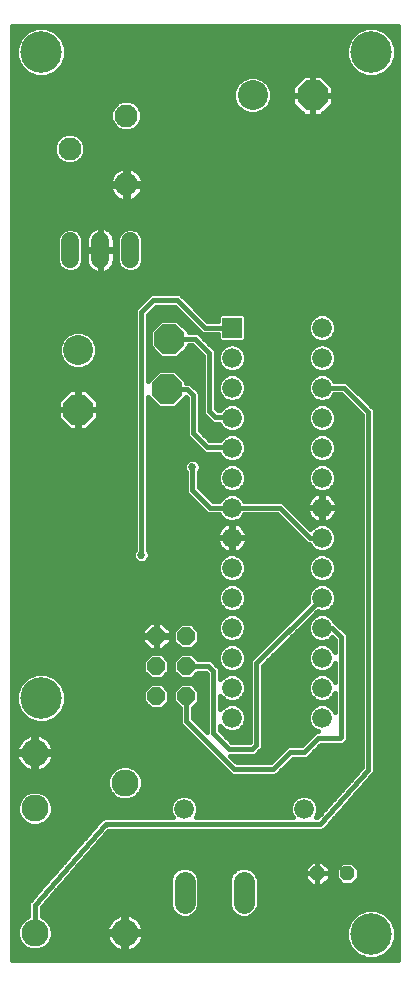
<source format=gbl>
G75*
%MOIN*%
%OFA0B0*%
%FSLAX25Y25*%
%IPPOS*%
%LPD*%
%AMOC8*
5,1,8,0,0,1.08239X$1,22.5*
%
%ADD10C,0.10000*%
%ADD11OC8,0.10000*%
%ADD12C,0.07050*%
%ADD13C,0.07677*%
%ADD14OC8,0.04800*%
%ADD15C,0.09000*%
%ADD16R,0.06600X0.06600*%
%ADD17C,0.06600*%
%ADD18OC8,0.06000*%
%ADD19C,0.06000*%
%ADD20C,0.01600*%
%ADD21C,0.03762*%
%ADD22C,0.02700*%
%ADD23C,0.13843*%
D10*
X0026049Y0207746D03*
X0084216Y0292617D03*
D11*
X0104216Y0292617D03*
X0056475Y0211385D03*
X0055711Y0194622D03*
X0026049Y0187746D03*
D12*
X0061603Y0030407D02*
X0061603Y0023357D01*
X0081288Y0023357D02*
X0081288Y0030407D01*
D13*
X0042107Y0262981D03*
X0042107Y0285816D03*
X0023209Y0274792D03*
D14*
X0105755Y0033214D03*
X0115755Y0033214D03*
D15*
X0041682Y0013417D03*
X0041682Y0063417D03*
X0011682Y0054917D03*
X0011682Y0073417D03*
X0011682Y0013417D03*
D16*
X0077272Y0215150D03*
D17*
X0077272Y0205150D03*
X0077272Y0195150D03*
X0077272Y0185150D03*
X0077272Y0175150D03*
X0077272Y0165150D03*
X0077272Y0155150D03*
X0077272Y0145150D03*
X0077272Y0135150D03*
X0077272Y0125150D03*
X0077272Y0115150D03*
X0077272Y0105150D03*
X0077272Y0095150D03*
X0077272Y0085150D03*
X0061459Y0054661D03*
X0101459Y0054661D03*
X0107272Y0085150D03*
X0107272Y0095150D03*
X0107272Y0105150D03*
X0107272Y0115150D03*
X0107272Y0125150D03*
X0107272Y0135150D03*
X0107272Y0145150D03*
X0107272Y0155150D03*
X0107272Y0165150D03*
X0107272Y0175150D03*
X0107272Y0185150D03*
X0107272Y0195150D03*
X0107272Y0205150D03*
X0107272Y0215150D03*
D18*
X0062128Y0112323D03*
X0062128Y0102323D03*
X0062128Y0092323D03*
X0052128Y0092323D03*
X0052128Y0102323D03*
X0052128Y0112323D03*
D19*
X0043463Y0237975D02*
X0043463Y0243975D01*
X0033463Y0243975D02*
X0033463Y0237975D01*
X0023463Y0237975D02*
X0023463Y0243975D01*
D20*
X0004100Y0315668D02*
X0004100Y0004300D01*
X0132820Y0004300D01*
X0132820Y0315668D01*
X0004100Y0315668D01*
X0004100Y0315308D02*
X0132820Y0315308D01*
X0132820Y0313710D02*
X0128816Y0313710D01*
X0128501Y0314024D02*
X0130842Y0311683D01*
X0132109Y0308625D01*
X0132109Y0305314D01*
X0130842Y0302256D01*
X0128501Y0299915D01*
X0125443Y0298648D01*
X0122133Y0298648D01*
X0119074Y0299915D01*
X0116733Y0302256D01*
X0115467Y0305314D01*
X0115467Y0308625D01*
X0116733Y0311683D01*
X0119074Y0314024D01*
X0122133Y0315291D01*
X0125443Y0315291D01*
X0128501Y0314024D01*
X0130414Y0312111D02*
X0132820Y0312111D01*
X0132820Y0310513D02*
X0131327Y0310513D01*
X0131989Y0308914D02*
X0132820Y0308914D01*
X0132820Y0307316D02*
X0132109Y0307316D01*
X0132109Y0305717D02*
X0132820Y0305717D01*
X0132820Y0304119D02*
X0131614Y0304119D01*
X0130952Y0302520D02*
X0132820Y0302520D01*
X0132820Y0300922D02*
X0129508Y0300922D01*
X0127072Y0299323D02*
X0132820Y0299323D01*
X0132820Y0297724D02*
X0108726Y0297724D01*
X0110324Y0296126D02*
X0132820Y0296126D01*
X0132820Y0294527D02*
X0111016Y0294527D01*
X0111016Y0295434D02*
X0107033Y0299417D01*
X0104416Y0299417D01*
X0104416Y0292817D01*
X0111016Y0292817D01*
X0111016Y0295434D01*
X0111016Y0292929D02*
X0132820Y0292929D01*
X0132820Y0291330D02*
X0111016Y0291330D01*
X0111016Y0292417D02*
X0104416Y0292417D01*
X0104416Y0285817D01*
X0107033Y0285817D01*
X0111016Y0289801D01*
X0111016Y0292417D01*
X0110948Y0289732D02*
X0132820Y0289732D01*
X0132820Y0288133D02*
X0109349Y0288133D01*
X0107751Y0286535D02*
X0132820Y0286535D01*
X0132820Y0284936D02*
X0047346Y0284936D01*
X0047346Y0284774D02*
X0046548Y0282848D01*
X0045074Y0281375D01*
X0043149Y0280577D01*
X0041065Y0280577D01*
X0039140Y0281375D01*
X0037666Y0282848D01*
X0036868Y0284774D01*
X0036868Y0286858D01*
X0037666Y0288783D01*
X0039140Y0290257D01*
X0041065Y0291054D01*
X0043149Y0291054D01*
X0045074Y0290257D01*
X0046548Y0288783D01*
X0047346Y0286858D01*
X0047346Y0284774D01*
X0046751Y0283338D02*
X0132820Y0283338D01*
X0132820Y0281739D02*
X0045439Y0281739D01*
X0047346Y0286535D02*
X0082176Y0286535D01*
X0082943Y0286217D02*
X0085489Y0286217D01*
X0087841Y0287192D01*
X0089642Y0288992D01*
X0090616Y0291344D01*
X0090616Y0293890D01*
X0089642Y0296243D01*
X0087841Y0298043D01*
X0085489Y0299017D01*
X0082943Y0299017D01*
X0080591Y0298043D01*
X0078791Y0296243D01*
X0077816Y0293890D01*
X0077816Y0291344D01*
X0078791Y0288992D01*
X0080591Y0287192D01*
X0082943Y0286217D01*
X0086256Y0286535D02*
X0100682Y0286535D01*
X0101400Y0285817D02*
X0104016Y0285817D01*
X0104016Y0292417D01*
X0104416Y0292417D01*
X0104416Y0292817D01*
X0104016Y0292817D01*
X0104016Y0292417D01*
X0097416Y0292417D01*
X0097416Y0289801D01*
X0101400Y0285817D01*
X0104016Y0286535D02*
X0104416Y0286535D01*
X0104416Y0288133D02*
X0104016Y0288133D01*
X0104016Y0289732D02*
X0104416Y0289732D01*
X0104416Y0291330D02*
X0104016Y0291330D01*
X0104016Y0292817D02*
X0097416Y0292817D01*
X0097416Y0295434D01*
X0101400Y0299417D01*
X0104016Y0299417D01*
X0104016Y0292817D01*
X0104016Y0292929D02*
X0104416Y0292929D01*
X0104416Y0294527D02*
X0104016Y0294527D01*
X0104016Y0296126D02*
X0104416Y0296126D01*
X0104416Y0297724D02*
X0104016Y0297724D01*
X0104016Y0299323D02*
X0104416Y0299323D01*
X0107127Y0299323D02*
X0120503Y0299323D01*
X0118068Y0300922D02*
X0019519Y0300922D01*
X0018512Y0299915D02*
X0020853Y0302256D01*
X0022120Y0305314D01*
X0022120Y0308625D01*
X0020853Y0311683D01*
X0018512Y0314024D01*
X0015454Y0315291D01*
X0012144Y0315291D01*
X0009085Y0314024D01*
X0006744Y0311683D01*
X0005478Y0308625D01*
X0005478Y0305314D01*
X0006744Y0302256D01*
X0009085Y0299915D01*
X0012144Y0298648D01*
X0015454Y0298648D01*
X0018512Y0299915D01*
X0017083Y0299323D02*
X0101305Y0299323D01*
X0099707Y0297724D02*
X0088160Y0297724D01*
X0089690Y0296126D02*
X0098108Y0296126D01*
X0097416Y0294527D02*
X0090352Y0294527D01*
X0090616Y0292929D02*
X0097416Y0292929D01*
X0097416Y0291330D02*
X0090610Y0291330D01*
X0089948Y0289732D02*
X0097485Y0289732D01*
X0099083Y0288133D02*
X0088783Y0288133D01*
X0079649Y0288133D02*
X0046817Y0288133D01*
X0045599Y0289732D02*
X0078484Y0289732D01*
X0077822Y0291330D02*
X0004100Y0291330D01*
X0004100Y0289732D02*
X0038615Y0289732D01*
X0037397Y0288133D02*
X0004100Y0288133D01*
X0004100Y0286535D02*
X0036868Y0286535D01*
X0036868Y0284936D02*
X0004100Y0284936D01*
X0004100Y0283338D02*
X0037463Y0283338D01*
X0038775Y0281739D02*
X0004100Y0281739D01*
X0004100Y0280141D02*
X0132820Y0280141D01*
X0132820Y0278542D02*
X0026867Y0278542D01*
X0026177Y0279233D02*
X0024251Y0280031D01*
X0022167Y0280031D01*
X0020242Y0279233D01*
X0018768Y0277759D01*
X0017971Y0275834D01*
X0017971Y0273750D01*
X0018768Y0271825D01*
X0020242Y0270351D01*
X0022167Y0269553D01*
X0024251Y0269553D01*
X0026177Y0270351D01*
X0027650Y0271825D01*
X0028448Y0273750D01*
X0028448Y0275834D01*
X0027650Y0277759D01*
X0026177Y0279233D01*
X0027988Y0276944D02*
X0132820Y0276944D01*
X0132820Y0275345D02*
X0028448Y0275345D01*
X0028447Y0273747D02*
X0132820Y0273747D01*
X0132820Y0272148D02*
X0027784Y0272148D01*
X0026376Y0270550D02*
X0132820Y0270550D01*
X0132820Y0268951D02*
X0004100Y0268951D01*
X0004100Y0267353D02*
X0038531Y0267353D01*
X0038434Y0267282D02*
X0037806Y0266654D01*
X0037284Y0265936D01*
X0036881Y0265145D01*
X0036607Y0264301D01*
X0036474Y0263460D01*
X0041627Y0263460D01*
X0041627Y0262501D01*
X0036474Y0262501D01*
X0036607Y0261661D01*
X0036881Y0260816D01*
X0037284Y0260026D01*
X0037806Y0259308D01*
X0038434Y0258680D01*
X0039152Y0258158D01*
X0039943Y0257755D01*
X0040787Y0257481D01*
X0041627Y0257348D01*
X0041627Y0262501D01*
X0042587Y0262501D01*
X0042587Y0263460D01*
X0047740Y0263460D01*
X0047607Y0264301D01*
X0047332Y0265145D01*
X0046930Y0265936D01*
X0046408Y0266654D01*
X0045780Y0267282D01*
X0045062Y0267803D01*
X0044271Y0268206D01*
X0043427Y0268481D01*
X0042587Y0268614D01*
X0042587Y0263461D01*
X0041627Y0263461D01*
X0041627Y0268614D01*
X0040787Y0268481D01*
X0039943Y0268206D01*
X0039152Y0267803D01*
X0038434Y0267282D01*
X0037192Y0265754D02*
X0004100Y0265754D01*
X0004100Y0264156D02*
X0036584Y0264156D01*
X0036835Y0260959D02*
X0004100Y0260959D01*
X0004100Y0262557D02*
X0041627Y0262557D01*
X0042587Y0262557D02*
X0132820Y0262557D01*
X0132820Y0260959D02*
X0047379Y0260959D01*
X0047332Y0260816D02*
X0047607Y0261661D01*
X0047740Y0262501D01*
X0042587Y0262501D01*
X0042587Y0257348D01*
X0043427Y0257481D01*
X0044271Y0257755D01*
X0045062Y0258158D01*
X0045780Y0258680D01*
X0046408Y0259308D01*
X0046930Y0260026D01*
X0047332Y0260816D01*
X0046446Y0259360D02*
X0132820Y0259360D01*
X0132820Y0257762D02*
X0044284Y0257762D01*
X0042587Y0257762D02*
X0041627Y0257762D01*
X0041627Y0259360D02*
X0042587Y0259360D01*
X0042587Y0260959D02*
X0041627Y0260959D01*
X0041627Y0264156D02*
X0042587Y0264156D01*
X0042587Y0265754D02*
X0041627Y0265754D01*
X0041627Y0267353D02*
X0042587Y0267353D01*
X0045683Y0267353D02*
X0132820Y0267353D01*
X0132820Y0265754D02*
X0047022Y0265754D01*
X0047630Y0264156D02*
X0132820Y0264156D01*
X0132820Y0256163D02*
X0004100Y0256163D01*
X0004100Y0254565D02*
X0132820Y0254565D01*
X0132820Y0252966D02*
X0004100Y0252966D01*
X0004100Y0251368D02*
X0132820Y0251368D01*
X0132820Y0249769D02*
X0004100Y0249769D01*
X0004100Y0248171D02*
X0022095Y0248171D01*
X0022588Y0248375D02*
X0020971Y0247705D01*
X0019733Y0246467D01*
X0019063Y0244850D01*
X0019063Y0237100D01*
X0019733Y0235483D01*
X0020971Y0234245D01*
X0022588Y0233575D01*
X0024339Y0233575D01*
X0025956Y0234245D01*
X0027194Y0235483D01*
X0027863Y0237100D01*
X0027863Y0244850D01*
X0027194Y0246467D01*
X0025956Y0247705D01*
X0024339Y0248375D01*
X0022588Y0248375D01*
X0024832Y0248171D02*
X0031125Y0248171D01*
X0030948Y0248080D02*
X0030337Y0247636D01*
X0029802Y0247102D01*
X0029358Y0246491D01*
X0029015Y0245818D01*
X0028782Y0245099D01*
X0028663Y0244353D01*
X0028663Y0241175D01*
X0033263Y0241175D01*
X0033263Y0240775D01*
X0028663Y0240775D01*
X0028663Y0237597D01*
X0028782Y0236851D01*
X0029015Y0236132D01*
X0029358Y0235459D01*
X0029802Y0234848D01*
X0030337Y0234314D01*
X0030948Y0233870D01*
X0031621Y0233527D01*
X0032339Y0233293D01*
X0033086Y0233175D01*
X0033263Y0233175D01*
X0033263Y0240775D01*
X0033663Y0240775D01*
X0033663Y0233175D01*
X0033841Y0233175D01*
X0034588Y0233293D01*
X0035306Y0233527D01*
X0035979Y0233870D01*
X0036590Y0234314D01*
X0037125Y0234848D01*
X0037569Y0235459D01*
X0037912Y0236132D01*
X0038145Y0236851D01*
X0038263Y0237597D01*
X0038263Y0240775D01*
X0033664Y0240775D01*
X0033664Y0241175D01*
X0038263Y0241175D01*
X0038263Y0244353D01*
X0038145Y0245099D01*
X0037912Y0245818D01*
X0037569Y0246491D01*
X0037125Y0247102D01*
X0036590Y0247636D01*
X0035979Y0248080D01*
X0035306Y0248423D01*
X0034588Y0248657D01*
X0033841Y0248775D01*
X0033663Y0248775D01*
X0033663Y0241175D01*
X0033263Y0241175D01*
X0033263Y0248775D01*
X0033086Y0248775D01*
X0032339Y0248657D01*
X0031621Y0248423D01*
X0030948Y0248080D01*
X0029417Y0246572D02*
X0027089Y0246572D01*
X0027812Y0244974D02*
X0028762Y0244974D01*
X0028663Y0243375D02*
X0027863Y0243375D01*
X0027863Y0241777D02*
X0028663Y0241777D01*
X0028663Y0240178D02*
X0027863Y0240178D01*
X0027863Y0238580D02*
X0028663Y0238580D01*
X0028761Y0236981D02*
X0027814Y0236981D01*
X0027094Y0235383D02*
X0029414Y0235383D01*
X0031116Y0233784D02*
X0024843Y0233784D01*
X0022084Y0233784D02*
X0004100Y0233784D01*
X0004100Y0232186D02*
X0132820Y0232186D01*
X0132820Y0233784D02*
X0044843Y0233784D01*
X0044339Y0233575D02*
X0045956Y0234245D01*
X0047194Y0235483D01*
X0047863Y0237100D01*
X0047863Y0244850D01*
X0047194Y0246467D01*
X0045956Y0247705D01*
X0044339Y0248375D01*
X0042588Y0248375D01*
X0040971Y0247705D01*
X0039733Y0246467D01*
X0039063Y0244850D01*
X0039063Y0237100D01*
X0039733Y0235483D01*
X0040971Y0234245D01*
X0042588Y0233575D01*
X0044339Y0233575D01*
X0042084Y0233784D02*
X0035811Y0233784D01*
X0037513Y0235383D02*
X0039833Y0235383D01*
X0039113Y0236981D02*
X0038166Y0236981D01*
X0038263Y0238580D02*
X0039063Y0238580D01*
X0039063Y0240178D02*
X0038263Y0240178D01*
X0038263Y0241777D02*
X0039063Y0241777D01*
X0039063Y0243375D02*
X0038263Y0243375D01*
X0038165Y0244974D02*
X0039115Y0244974D01*
X0039838Y0246572D02*
X0037510Y0246572D01*
X0035802Y0248171D02*
X0042095Y0248171D01*
X0044832Y0248171D02*
X0132820Y0248171D01*
X0132820Y0246572D02*
X0047089Y0246572D01*
X0047812Y0244974D02*
X0132820Y0244974D01*
X0132820Y0243375D02*
X0047863Y0243375D01*
X0047863Y0241777D02*
X0132820Y0241777D01*
X0132820Y0240178D02*
X0047863Y0240178D01*
X0047863Y0238580D02*
X0132820Y0238580D01*
X0132820Y0236981D02*
X0047814Y0236981D01*
X0047094Y0235383D02*
X0132820Y0235383D01*
X0132820Y0230587D02*
X0004100Y0230587D01*
X0004100Y0228989D02*
X0132820Y0228989D01*
X0132820Y0227390D02*
X0004100Y0227390D01*
X0004100Y0225791D02*
X0049498Y0225791D01*
X0050217Y0226511D02*
X0046218Y0222511D01*
X0044929Y0221223D01*
X0044929Y0141009D01*
X0044797Y0140877D01*
X0044379Y0139867D01*
X0044379Y0138772D01*
X0044797Y0137762D01*
X0045571Y0136988D01*
X0046582Y0136570D01*
X0047676Y0136570D01*
X0048687Y0136988D01*
X0049460Y0137762D01*
X0049879Y0138772D01*
X0049879Y0139867D01*
X0049460Y0140877D01*
X0049329Y0141009D01*
X0049329Y0191953D01*
X0053060Y0188222D01*
X0058362Y0188222D01*
X0062069Y0191928D01*
X0062260Y0191736D01*
X0062260Y0179071D01*
X0066927Y0174405D01*
X0068215Y0173116D01*
X0073028Y0173116D01*
X0073288Y0172487D01*
X0074610Y0171165D01*
X0076338Y0170450D01*
X0078207Y0170450D01*
X0079935Y0171165D01*
X0081257Y0172487D01*
X0081972Y0174215D01*
X0081972Y0176084D01*
X0081257Y0177812D01*
X0079935Y0179134D01*
X0078207Y0179849D01*
X0076338Y0179849D01*
X0074610Y0179134D01*
X0073288Y0177812D01*
X0073165Y0177516D01*
X0070038Y0177516D01*
X0066660Y0180893D01*
X0066660Y0193559D01*
X0065372Y0194847D01*
X0063398Y0196822D01*
X0062111Y0196822D01*
X0062111Y0197273D01*
X0058362Y0201022D01*
X0053060Y0201022D01*
X0049329Y0197290D01*
X0049329Y0219400D01*
X0052040Y0222111D01*
X0058216Y0222111D01*
X0067378Y0212950D01*
X0072572Y0212950D01*
X0072572Y0211270D01*
X0073393Y0210450D01*
X0081152Y0210450D01*
X0081972Y0211270D01*
X0081972Y0219029D01*
X0081152Y0219849D01*
X0073393Y0219849D01*
X0072572Y0219029D01*
X0072572Y0217349D01*
X0069200Y0217349D01*
X0061328Y0225222D01*
X0060039Y0226511D01*
X0050217Y0226511D01*
X0051128Y0224311D02*
X0047129Y0220311D01*
X0047129Y0139320D01*
X0049879Y0139472D02*
X0075426Y0139472D01*
X0074610Y0139134D02*
X0076338Y0139849D01*
X0078207Y0139849D01*
X0079935Y0139134D01*
X0081257Y0137812D01*
X0081972Y0136084D01*
X0081972Y0134215D01*
X0081257Y0132487D01*
X0079935Y0131165D01*
X0078207Y0130450D01*
X0076338Y0130450D01*
X0074610Y0131165D01*
X0073288Y0132487D01*
X0072572Y0134215D01*
X0072572Y0136084D01*
X0073288Y0137812D01*
X0074610Y0139134D01*
X0075315Y0140423D02*
X0076078Y0140175D01*
X0076871Y0140050D01*
X0076972Y0140050D01*
X0076972Y0144849D01*
X0077572Y0144849D01*
X0077572Y0140050D01*
X0077674Y0140050D01*
X0078467Y0140175D01*
X0079230Y0140423D01*
X0079945Y0140788D01*
X0080595Y0141259D01*
X0081162Y0141827D01*
X0081634Y0142477D01*
X0081999Y0143192D01*
X0082247Y0143955D01*
X0082372Y0144748D01*
X0082372Y0144849D01*
X0077573Y0144849D01*
X0077573Y0145450D01*
X0082372Y0145450D01*
X0082372Y0145551D01*
X0082247Y0146344D01*
X0081999Y0147107D01*
X0081634Y0147822D01*
X0081162Y0148472D01*
X0080595Y0149040D01*
X0079945Y0149511D01*
X0079230Y0149876D01*
X0078467Y0150124D01*
X0077674Y0150249D01*
X0077572Y0150249D01*
X0077572Y0145450D01*
X0076972Y0145450D01*
X0076972Y0150249D01*
X0076871Y0150249D01*
X0076078Y0150124D01*
X0075315Y0149876D01*
X0074599Y0149511D01*
X0073950Y0149040D01*
X0073382Y0148472D01*
X0072911Y0147822D01*
X0072546Y0147107D01*
X0072298Y0146344D01*
X0072172Y0145551D01*
X0072172Y0145450D01*
X0076972Y0145450D01*
X0076972Y0144849D01*
X0072172Y0144849D01*
X0072172Y0144748D01*
X0072298Y0143955D01*
X0072546Y0143192D01*
X0072911Y0142477D01*
X0073382Y0141827D01*
X0073950Y0141259D01*
X0074599Y0140788D01*
X0075315Y0140423D01*
X0074210Y0141070D02*
X0049329Y0141070D01*
X0049329Y0142669D02*
X0072813Y0142669D01*
X0072249Y0144267D02*
X0049329Y0144267D01*
X0049329Y0145866D02*
X0072222Y0145866D01*
X0072728Y0147464D02*
X0049329Y0147464D01*
X0049329Y0149063D02*
X0073982Y0149063D01*
X0074610Y0151165D02*
X0076338Y0150450D01*
X0078207Y0150450D01*
X0079935Y0151165D01*
X0081257Y0152487D01*
X0081448Y0152950D01*
X0092381Y0152950D01*
X0101093Y0144238D01*
X0102381Y0142950D01*
X0103096Y0142950D01*
X0103288Y0142487D01*
X0104610Y0141165D01*
X0106338Y0140450D01*
X0108207Y0140450D01*
X0109935Y0141165D01*
X0111257Y0142487D01*
X0111972Y0144215D01*
X0111972Y0146084D01*
X0111257Y0147812D01*
X0109935Y0149134D01*
X0108207Y0149849D01*
X0106338Y0149849D01*
X0104610Y0149134D01*
X0103515Y0148039D01*
X0095493Y0156061D01*
X0094204Y0157349D01*
X0081448Y0157349D01*
X0081257Y0157812D01*
X0079935Y0159134D01*
X0078207Y0159849D01*
X0076338Y0159849D01*
X0074610Y0159134D01*
X0073288Y0157812D01*
X0073096Y0157349D01*
X0070873Y0157349D01*
X0066327Y0161895D01*
X0066327Y0166961D01*
X0066458Y0167092D01*
X0066877Y0168103D01*
X0066877Y0169197D01*
X0066458Y0170208D01*
X0065685Y0170981D01*
X0064674Y0171400D01*
X0063580Y0171400D01*
X0062569Y0170981D01*
X0061796Y0170208D01*
X0061377Y0169197D01*
X0061377Y0168103D01*
X0061796Y0167092D01*
X0061927Y0166961D01*
X0061927Y0160073D01*
X0069050Y0152950D01*
X0073096Y0152950D01*
X0073288Y0152487D01*
X0074610Y0151165D01*
X0075826Y0150661D02*
X0049329Y0150661D01*
X0049329Y0152260D02*
X0073515Y0152260D01*
X0069962Y0155150D02*
X0064127Y0160984D01*
X0064127Y0168650D01*
X0064127Y0168650D01*
X0061927Y0166647D02*
X0049329Y0166647D01*
X0049329Y0168245D02*
X0061377Y0168245D01*
X0061645Y0169844D02*
X0049329Y0169844D01*
X0049329Y0171442D02*
X0074333Y0171442D01*
X0073059Y0173041D02*
X0049329Y0173041D01*
X0049329Y0174639D02*
X0066692Y0174639D01*
X0065094Y0176238D02*
X0049329Y0176238D01*
X0049329Y0177836D02*
X0063495Y0177836D01*
X0062260Y0179435D02*
X0049329Y0179435D01*
X0049329Y0181033D02*
X0062260Y0181033D01*
X0062260Y0182632D02*
X0049329Y0182632D01*
X0049329Y0184230D02*
X0062260Y0184230D01*
X0062260Y0185829D02*
X0049329Y0185829D01*
X0049329Y0187427D02*
X0062260Y0187427D01*
X0062260Y0189026D02*
X0059166Y0189026D01*
X0060765Y0190624D02*
X0062260Y0190624D01*
X0064460Y0192648D02*
X0062486Y0194622D01*
X0055711Y0194622D01*
X0052254Y0200215D02*
X0049329Y0200215D01*
X0049329Y0198617D02*
X0050655Y0198617D01*
X0049329Y0201814D02*
X0067593Y0201814D01*
X0067593Y0203412D02*
X0049329Y0203412D01*
X0049329Y0205011D02*
X0053798Y0205011D01*
X0053824Y0204985D02*
X0059126Y0204985D01*
X0062875Y0208734D01*
X0062875Y0209185D01*
X0064143Y0209185D01*
X0067593Y0205735D01*
X0067593Y0186403D01*
X0069593Y0184404D01*
X0070882Y0183115D01*
X0073028Y0183115D01*
X0073288Y0182487D01*
X0074610Y0181165D01*
X0076338Y0180450D01*
X0078207Y0180450D01*
X0079935Y0181165D01*
X0081257Y0182487D01*
X0081972Y0184215D01*
X0081972Y0186084D01*
X0081257Y0187812D01*
X0079935Y0189134D01*
X0078207Y0189849D01*
X0076338Y0189849D01*
X0074610Y0189134D01*
X0073288Y0187812D01*
X0073165Y0187515D01*
X0072704Y0187515D01*
X0071993Y0188226D01*
X0071993Y0207557D01*
X0070704Y0208846D01*
X0065965Y0213585D01*
X0062875Y0213585D01*
X0062875Y0214036D01*
X0059126Y0217785D01*
X0053824Y0217785D01*
X0050075Y0214036D01*
X0050075Y0208734D01*
X0053824Y0204985D01*
X0052200Y0206609D02*
X0049329Y0206609D01*
X0049329Y0208208D02*
X0050601Y0208208D01*
X0050075Y0209806D02*
X0049329Y0209806D01*
X0049329Y0211405D02*
X0050075Y0211405D01*
X0050075Y0213003D02*
X0049329Y0213003D01*
X0049329Y0214602D02*
X0050641Y0214602D01*
X0049329Y0216200D02*
X0052239Y0216200D01*
X0050925Y0220996D02*
X0059331Y0220996D01*
X0060930Y0219397D02*
X0049329Y0219397D01*
X0049329Y0217799D02*
X0062528Y0217799D01*
X0064127Y0216200D02*
X0060710Y0216200D01*
X0062309Y0214602D02*
X0065725Y0214602D01*
X0066547Y0213003D02*
X0067324Y0213003D01*
X0068146Y0211405D02*
X0072572Y0211405D01*
X0074610Y0209134D02*
X0073288Y0207812D01*
X0072572Y0206084D01*
X0072572Y0204215D01*
X0073288Y0202487D01*
X0074610Y0201165D01*
X0076338Y0200450D01*
X0078207Y0200450D01*
X0079935Y0201165D01*
X0081257Y0202487D01*
X0081972Y0204215D01*
X0081972Y0206084D01*
X0081257Y0207812D01*
X0079935Y0209134D01*
X0078207Y0209849D01*
X0076338Y0209849D01*
X0074610Y0209134D01*
X0073684Y0208208D02*
X0071343Y0208208D01*
X0071993Y0206609D02*
X0072790Y0206609D01*
X0072572Y0205011D02*
X0071993Y0205011D01*
X0071993Y0203412D02*
X0072905Y0203412D01*
X0071993Y0201814D02*
X0073961Y0201814D01*
X0071993Y0200215D02*
X0132820Y0200215D01*
X0132820Y0198617D02*
X0110452Y0198617D01*
X0109935Y0199134D02*
X0108207Y0199849D01*
X0106338Y0199849D01*
X0104610Y0199134D01*
X0103288Y0197812D01*
X0102572Y0196084D01*
X0102572Y0194215D01*
X0103288Y0192487D01*
X0104610Y0191165D01*
X0106338Y0190450D01*
X0108207Y0190450D01*
X0109935Y0191165D01*
X0111257Y0192487D01*
X0111448Y0192950D01*
X0113709Y0192950D01*
X0120588Y0186070D01*
X0120588Y0178723D01*
X0120663Y0178648D01*
X0120663Y0068572D01*
X0105802Y0051862D01*
X0105306Y0051862D01*
X0105443Y0051999D01*
X0106159Y0053726D01*
X0106159Y0055596D01*
X0105443Y0057324D01*
X0104121Y0058646D01*
X0102394Y0059361D01*
X0100524Y0059361D01*
X0098796Y0058646D01*
X0097474Y0057324D01*
X0096759Y0055596D01*
X0096759Y0053726D01*
X0097474Y0051999D01*
X0097611Y0051862D01*
X0065306Y0051862D01*
X0065443Y0051999D01*
X0066159Y0053726D01*
X0066159Y0055596D01*
X0065443Y0057324D01*
X0064121Y0058646D01*
X0062394Y0059361D01*
X0060524Y0059361D01*
X0058796Y0058646D01*
X0057474Y0057324D01*
X0056759Y0055596D01*
X0056759Y0053726D01*
X0057474Y0051999D01*
X0057611Y0051862D01*
X0037302Y0051862D01*
X0037270Y0051888D01*
X0037005Y0051862D01*
X0035954Y0051862D01*
X0035538Y0052043D01*
X0035079Y0051862D01*
X0034585Y0051862D01*
X0034331Y0051608D01*
X0033885Y0051577D01*
X0033859Y0051547D01*
X0033821Y0051543D01*
X0033607Y0051282D01*
X0033292Y0051158D01*
X0033064Y0050633D01*
X0010072Y0024210D01*
X0009482Y0023620D01*
X0009482Y0023532D01*
X0009424Y0023465D01*
X0009482Y0022632D01*
X0009482Y0018892D01*
X0008340Y0018419D01*
X0006680Y0016759D01*
X0005782Y0014591D01*
X0005782Y0012244D01*
X0006680Y0010075D01*
X0008340Y0008415D01*
X0010508Y0007517D01*
X0012855Y0007517D01*
X0015024Y0008415D01*
X0016684Y0010075D01*
X0017582Y0012244D01*
X0017582Y0014591D01*
X0016684Y0016759D01*
X0015024Y0018419D01*
X0013882Y0018892D01*
X0013882Y0021885D01*
X0036033Y0047343D01*
X0037224Y0047462D01*
X0105953Y0047462D01*
X0106008Y0047412D01*
X0106854Y0047462D01*
X0107701Y0047462D01*
X0107753Y0047514D01*
X0107828Y0047519D01*
X0108391Y0048152D01*
X0108989Y0048751D01*
X0108989Y0048825D01*
X0124464Y0066225D01*
X0125063Y0066824D01*
X0125063Y0066898D01*
X0125112Y0066954D01*
X0125063Y0067799D01*
X0125063Y0180470D01*
X0124988Y0180545D01*
X0124988Y0187893D01*
X0123699Y0189181D01*
X0115531Y0197349D01*
X0111448Y0197349D01*
X0111257Y0197812D01*
X0109935Y0199134D01*
X0109935Y0201165D02*
X0111257Y0202487D01*
X0111972Y0204215D01*
X0111972Y0206084D01*
X0111257Y0207812D01*
X0109935Y0209134D01*
X0108207Y0209849D01*
X0106338Y0209849D01*
X0104610Y0209134D01*
X0103288Y0207812D01*
X0102572Y0206084D01*
X0102572Y0204215D01*
X0103288Y0202487D01*
X0104610Y0201165D01*
X0106338Y0200450D01*
X0108207Y0200450D01*
X0109935Y0201165D01*
X0110584Y0201814D02*
X0132820Y0201814D01*
X0132820Y0203412D02*
X0111640Y0203412D01*
X0111972Y0205011D02*
X0132820Y0205011D01*
X0132820Y0206609D02*
X0111755Y0206609D01*
X0110861Y0208208D02*
X0132820Y0208208D01*
X0132820Y0209806D02*
X0108311Y0209806D01*
X0108207Y0210450D02*
X0109935Y0211165D01*
X0111257Y0212487D01*
X0111972Y0214215D01*
X0111972Y0216084D01*
X0111257Y0217812D01*
X0109935Y0219134D01*
X0108207Y0219849D01*
X0106338Y0219849D01*
X0104610Y0219134D01*
X0103288Y0217812D01*
X0102572Y0216084D01*
X0102572Y0214215D01*
X0103288Y0212487D01*
X0104610Y0211165D01*
X0106338Y0210450D01*
X0108207Y0210450D01*
X0106233Y0209806D02*
X0078311Y0209806D01*
X0077272Y0215150D02*
X0068289Y0215150D01*
X0059128Y0224311D01*
X0051128Y0224311D01*
X0047899Y0224193D02*
X0004100Y0224193D01*
X0004100Y0222594D02*
X0046301Y0222594D01*
X0044929Y0220996D02*
X0004100Y0220996D01*
X0004100Y0219397D02*
X0044929Y0219397D01*
X0044929Y0217799D02*
X0004100Y0217799D01*
X0004100Y0216200D02*
X0044929Y0216200D01*
X0044929Y0214602D02*
X0004100Y0214602D01*
X0004100Y0213003D02*
X0022256Y0213003D01*
X0022424Y0213171D02*
X0020624Y0211371D01*
X0019649Y0209019D01*
X0019649Y0206473D01*
X0020624Y0204120D01*
X0022424Y0202320D01*
X0024776Y0201346D01*
X0027322Y0201346D01*
X0029675Y0202320D01*
X0031475Y0204120D01*
X0032449Y0206473D01*
X0032449Y0209019D01*
X0031475Y0211371D01*
X0029675Y0213171D01*
X0027322Y0214146D01*
X0024776Y0214146D01*
X0022424Y0213171D01*
X0020657Y0211405D02*
X0004100Y0211405D01*
X0004100Y0209806D02*
X0019976Y0209806D01*
X0019649Y0208208D02*
X0004100Y0208208D01*
X0004100Y0206609D02*
X0019649Y0206609D01*
X0020255Y0205011D02*
X0004100Y0205011D01*
X0004100Y0203412D02*
X0021332Y0203412D01*
X0023646Y0201814D02*
X0004100Y0201814D01*
X0004100Y0200215D02*
X0044929Y0200215D01*
X0044929Y0198617D02*
X0004100Y0198617D01*
X0004100Y0197018D02*
X0044929Y0197018D01*
X0044929Y0195420D02*
X0004100Y0195420D01*
X0004100Y0193821D02*
X0022508Y0193821D01*
X0023233Y0194546D02*
X0019249Y0190562D01*
X0019249Y0187946D01*
X0025849Y0187946D01*
X0025849Y0194546D01*
X0023233Y0194546D01*
X0020910Y0192223D02*
X0004100Y0192223D01*
X0004100Y0190624D02*
X0019311Y0190624D01*
X0019249Y0189026D02*
X0004100Y0189026D01*
X0004100Y0187427D02*
X0019249Y0187427D01*
X0019249Y0187546D02*
X0019249Y0184929D01*
X0023233Y0180946D01*
X0025849Y0180946D01*
X0025849Y0187546D01*
X0019249Y0187546D01*
X0019249Y0185829D02*
X0004100Y0185829D01*
X0004100Y0184230D02*
X0019948Y0184230D01*
X0021547Y0182632D02*
X0004100Y0182632D01*
X0004100Y0181033D02*
X0023145Y0181033D01*
X0025849Y0181033D02*
X0026249Y0181033D01*
X0026249Y0180946D02*
X0028866Y0180946D01*
X0032849Y0184929D01*
X0032849Y0187546D01*
X0026249Y0187546D01*
X0026249Y0187946D01*
X0025849Y0187946D01*
X0025849Y0187546D01*
X0026249Y0187546D01*
X0026249Y0180946D01*
X0026249Y0182632D02*
X0025849Y0182632D01*
X0025849Y0184230D02*
X0026249Y0184230D01*
X0026249Y0185829D02*
X0025849Y0185829D01*
X0025849Y0187427D02*
X0026249Y0187427D01*
X0026249Y0187946D02*
X0032849Y0187946D01*
X0032849Y0190562D01*
X0028866Y0194546D01*
X0026249Y0194546D01*
X0026249Y0187946D01*
X0026249Y0189026D02*
X0025849Y0189026D01*
X0025849Y0190624D02*
X0026249Y0190624D01*
X0026249Y0192223D02*
X0025849Y0192223D01*
X0025849Y0193821D02*
X0026249Y0193821D01*
X0029590Y0193821D02*
X0044929Y0193821D01*
X0044929Y0192223D02*
X0031189Y0192223D01*
X0032787Y0190624D02*
X0044929Y0190624D01*
X0044929Y0189026D02*
X0032849Y0189026D01*
X0032849Y0187427D02*
X0044929Y0187427D01*
X0044929Y0185829D02*
X0032849Y0185829D01*
X0032150Y0184230D02*
X0044929Y0184230D01*
X0044929Y0182632D02*
X0030552Y0182632D01*
X0028953Y0181033D02*
X0044929Y0181033D01*
X0044929Y0179435D02*
X0004100Y0179435D01*
X0004100Y0177836D02*
X0044929Y0177836D01*
X0044929Y0176238D02*
X0004100Y0176238D01*
X0004100Y0174639D02*
X0044929Y0174639D01*
X0044929Y0173041D02*
X0004100Y0173041D01*
X0004100Y0171442D02*
X0044929Y0171442D01*
X0044929Y0169844D02*
X0004100Y0169844D01*
X0004100Y0168245D02*
X0044929Y0168245D01*
X0044929Y0166647D02*
X0004100Y0166647D01*
X0004100Y0165048D02*
X0044929Y0165048D01*
X0044929Y0163450D02*
X0004100Y0163450D01*
X0004100Y0161851D02*
X0044929Y0161851D01*
X0044929Y0160253D02*
X0004100Y0160253D01*
X0004100Y0158654D02*
X0044929Y0158654D01*
X0044929Y0157055D02*
X0004100Y0157055D01*
X0004100Y0155457D02*
X0044929Y0155457D01*
X0044929Y0153858D02*
X0004100Y0153858D01*
X0004100Y0152260D02*
X0044929Y0152260D01*
X0044929Y0150661D02*
X0004100Y0150661D01*
X0004100Y0149063D02*
X0044929Y0149063D01*
X0044929Y0147464D02*
X0004100Y0147464D01*
X0004100Y0145866D02*
X0044929Y0145866D01*
X0044929Y0144267D02*
X0004100Y0144267D01*
X0004100Y0142669D02*
X0044929Y0142669D01*
X0044929Y0141070D02*
X0004100Y0141070D01*
X0004100Y0139472D02*
X0044379Y0139472D01*
X0044751Y0137873D02*
X0004100Y0137873D01*
X0004100Y0136275D02*
X0072651Y0136275D01*
X0072572Y0134676D02*
X0004100Y0134676D01*
X0004100Y0133078D02*
X0073043Y0133078D01*
X0074296Y0131479D02*
X0004100Y0131479D01*
X0004100Y0129881D02*
X0120663Y0129881D01*
X0120663Y0131479D02*
X0110249Y0131479D01*
X0109935Y0131165D02*
X0111257Y0132487D01*
X0111972Y0134215D01*
X0111972Y0136084D01*
X0111257Y0137812D01*
X0109935Y0139134D01*
X0108207Y0139849D01*
X0106338Y0139849D01*
X0104610Y0139134D01*
X0103288Y0137812D01*
X0102572Y0136084D01*
X0102572Y0134215D01*
X0103288Y0132487D01*
X0104610Y0131165D01*
X0106338Y0130450D01*
X0108207Y0130450D01*
X0109935Y0131165D01*
X0109935Y0129134D02*
X0108207Y0129849D01*
X0106338Y0129849D01*
X0104610Y0129134D01*
X0103288Y0127812D01*
X0102572Y0126084D01*
X0102572Y0124215D01*
X0102764Y0123752D01*
X0084547Y0105535D01*
X0083258Y0104247D01*
X0083258Y0076904D01*
X0083214Y0076859D01*
X0077370Y0076859D01*
X0073326Y0080903D01*
X0073326Y0082449D01*
X0074610Y0081165D01*
X0076338Y0080450D01*
X0078207Y0080450D01*
X0079935Y0081165D01*
X0081257Y0082487D01*
X0081972Y0084215D01*
X0081972Y0086084D01*
X0081257Y0087812D01*
X0079935Y0089134D01*
X0078207Y0089849D01*
X0076338Y0089849D01*
X0074610Y0089134D01*
X0073326Y0087850D01*
X0073326Y0092449D01*
X0074610Y0091165D01*
X0076338Y0090450D01*
X0078207Y0090450D01*
X0079935Y0091165D01*
X0081257Y0092487D01*
X0081972Y0094215D01*
X0081972Y0096084D01*
X0081257Y0097812D01*
X0079935Y0099134D01*
X0078207Y0099849D01*
X0076338Y0099849D01*
X0074610Y0099134D01*
X0073326Y0097850D01*
X0073326Y0101568D01*
X0070371Y0104523D01*
X0066150Y0104523D01*
X0063950Y0106723D01*
X0060305Y0106723D01*
X0057728Y0104146D01*
X0057728Y0100501D01*
X0060305Y0097923D01*
X0063950Y0097923D01*
X0066150Y0100123D01*
X0068549Y0100123D01*
X0068926Y0099745D01*
X0068926Y0080304D01*
X0064327Y0084903D01*
X0064328Y0088300D01*
X0066528Y0090501D01*
X0066528Y0094146D01*
X0063950Y0096723D01*
X0060305Y0096723D01*
X0057728Y0094146D01*
X0057728Y0090501D01*
X0059928Y0088301D01*
X0059927Y0084903D01*
X0059927Y0083912D01*
X0059927Y0083081D01*
X0059927Y0083080D01*
X0060620Y0082388D01*
X0061216Y0081792D01*
X0077214Y0065793D01*
X0092036Y0065793D01*
X0093324Y0067082D01*
X0097702Y0071459D01*
X0102368Y0071459D01*
X0103657Y0072748D01*
X0107034Y0076126D01*
X0114367Y0076126D01*
X0115655Y0077414D01*
X0115989Y0077748D01*
X0115989Y0112900D01*
X0114700Y0114189D01*
X0111539Y0117349D01*
X0111448Y0117349D01*
X0111257Y0117812D01*
X0109935Y0119134D01*
X0108207Y0119849D01*
X0106338Y0119849D01*
X0104610Y0119134D01*
X0103288Y0117812D01*
X0102572Y0116084D01*
X0102572Y0114215D01*
X0103288Y0112487D01*
X0104610Y0111165D01*
X0106338Y0110450D01*
X0108207Y0110450D01*
X0109935Y0111165D01*
X0110718Y0111948D01*
X0111589Y0111078D01*
X0111589Y0107011D01*
X0111257Y0107812D01*
X0109935Y0109134D01*
X0108207Y0109849D01*
X0106338Y0109849D01*
X0104610Y0109134D01*
X0103288Y0107812D01*
X0102572Y0106084D01*
X0102572Y0104215D01*
X0103288Y0102487D01*
X0104610Y0101165D01*
X0106338Y0100450D01*
X0108207Y0100450D01*
X0109935Y0101165D01*
X0111257Y0102487D01*
X0111589Y0103288D01*
X0111589Y0097011D01*
X0111257Y0097812D01*
X0109935Y0099134D01*
X0108207Y0099849D01*
X0106338Y0099849D01*
X0104610Y0099134D01*
X0103288Y0097812D01*
X0102572Y0096084D01*
X0102572Y0094215D01*
X0103288Y0092487D01*
X0104610Y0091165D01*
X0106338Y0090450D01*
X0108207Y0090450D01*
X0109935Y0091165D01*
X0111257Y0092487D01*
X0111589Y0093288D01*
X0111589Y0087011D01*
X0111257Y0087812D01*
X0109935Y0089134D01*
X0108207Y0089849D01*
X0106338Y0089849D01*
X0104610Y0089134D01*
X0103288Y0087812D01*
X0102572Y0086084D01*
X0102572Y0084215D01*
X0103288Y0082487D01*
X0104610Y0081165D01*
X0106154Y0080526D01*
X0105212Y0080526D01*
X0100545Y0075859D01*
X0095879Y0075859D01*
X0094590Y0074571D01*
X0090213Y0070193D01*
X0079037Y0070193D01*
X0076771Y0072459D01*
X0085036Y0072459D01*
X0086325Y0073748D01*
X0086370Y0073793D01*
X0087658Y0075081D01*
X0087658Y0102424D01*
X0105875Y0120641D01*
X0106338Y0120450D01*
X0108207Y0120450D01*
X0109935Y0121165D01*
X0111257Y0122487D01*
X0111972Y0124215D01*
X0111972Y0126084D01*
X0111257Y0127812D01*
X0109935Y0129134D01*
X0110786Y0128282D02*
X0120663Y0128282D01*
X0120663Y0126684D02*
X0111724Y0126684D01*
X0111972Y0125085D02*
X0120663Y0125085D01*
X0120663Y0123487D02*
X0111671Y0123487D01*
X0110658Y0121888D02*
X0120663Y0121888D01*
X0120663Y0120290D02*
X0105524Y0120290D01*
X0104167Y0118691D02*
X0103925Y0118691D01*
X0102990Y0117093D02*
X0102327Y0117093D01*
X0102572Y0115494D02*
X0100728Y0115494D01*
X0099130Y0113896D02*
X0102705Y0113896D01*
X0103478Y0112297D02*
X0097531Y0112297D01*
X0095933Y0110699D02*
X0105736Y0110699D01*
X0104576Y0109100D02*
X0094334Y0109100D01*
X0092736Y0107502D02*
X0103159Y0107502D01*
X0102572Y0105903D02*
X0091137Y0105903D01*
X0089539Y0104305D02*
X0102572Y0104305D01*
X0103197Y0102706D02*
X0087940Y0102706D01*
X0087658Y0101108D02*
X0104749Y0101108D01*
X0105516Y0099509D02*
X0087658Y0099509D01*
X0087658Y0097911D02*
X0103387Y0097911D01*
X0102667Y0096312D02*
X0087658Y0096312D01*
X0087658Y0094714D02*
X0102572Y0094714D01*
X0103028Y0093115D02*
X0087658Y0093115D01*
X0087658Y0091517D02*
X0104259Y0091517D01*
X0103796Y0088320D02*
X0087658Y0088320D01*
X0087658Y0089918D02*
X0111589Y0089918D01*
X0111589Y0088320D02*
X0110749Y0088320D01*
X0110286Y0091517D02*
X0111589Y0091517D01*
X0111589Y0093115D02*
X0111517Y0093115D01*
X0111589Y0097911D02*
X0111158Y0097911D01*
X0111589Y0099509D02*
X0109029Y0099509D01*
X0109796Y0101108D02*
X0111589Y0101108D01*
X0111589Y0102706D02*
X0111348Y0102706D01*
X0111385Y0107502D02*
X0111589Y0107502D01*
X0111589Y0109100D02*
X0109969Y0109100D01*
X0108809Y0110699D02*
X0111589Y0110699D01*
X0113789Y0111989D02*
X0110628Y0115150D01*
X0107272Y0115150D01*
X0110378Y0118691D02*
X0120663Y0118691D01*
X0120663Y0117093D02*
X0111796Y0117093D01*
X0113395Y0115494D02*
X0120663Y0115494D01*
X0120663Y0113896D02*
X0114993Y0113896D01*
X0115989Y0112297D02*
X0120663Y0112297D01*
X0120663Y0110699D02*
X0115989Y0110699D01*
X0115989Y0109100D02*
X0120663Y0109100D01*
X0120663Y0107502D02*
X0115989Y0107502D01*
X0115989Y0105903D02*
X0120663Y0105903D01*
X0120663Y0104305D02*
X0115989Y0104305D01*
X0115989Y0102706D02*
X0120663Y0102706D01*
X0120663Y0101108D02*
X0115989Y0101108D01*
X0115989Y0099509D02*
X0120663Y0099509D01*
X0120663Y0097911D02*
X0115989Y0097911D01*
X0115989Y0096312D02*
X0120663Y0096312D01*
X0120663Y0094714D02*
X0115989Y0094714D01*
X0115989Y0093115D02*
X0120663Y0093115D01*
X0120663Y0091517D02*
X0115989Y0091517D01*
X0115989Y0089918D02*
X0120663Y0089918D01*
X0120663Y0088320D02*
X0115989Y0088320D01*
X0115989Y0086721D02*
X0120663Y0086721D01*
X0120663Y0085122D02*
X0115989Y0085122D01*
X0115989Y0083524D02*
X0120663Y0083524D01*
X0120663Y0081925D02*
X0115989Y0081925D01*
X0115989Y0080327D02*
X0120663Y0080327D01*
X0120663Y0078728D02*
X0115989Y0078728D01*
X0115371Y0077130D02*
X0120663Y0077130D01*
X0120663Y0075531D02*
X0106440Y0075531D01*
X0104841Y0073933D02*
X0120663Y0073933D01*
X0120663Y0072334D02*
X0103243Y0072334D01*
X0101457Y0073659D02*
X0096790Y0073659D01*
X0091124Y0067993D01*
X0078126Y0067993D01*
X0062127Y0083992D01*
X0062128Y0092323D01*
X0064361Y0096312D02*
X0068926Y0096312D01*
X0068926Y0094714D02*
X0065960Y0094714D01*
X0066528Y0093115D02*
X0068926Y0093115D01*
X0068926Y0091517D02*
X0066528Y0091517D01*
X0065945Y0089918D02*
X0068926Y0089918D01*
X0068926Y0088320D02*
X0064347Y0088320D01*
X0064327Y0086721D02*
X0068926Y0086721D01*
X0068926Y0085122D02*
X0064327Y0085122D01*
X0065706Y0083524D02*
X0068926Y0083524D01*
X0068926Y0081925D02*
X0067305Y0081925D01*
X0068903Y0080327D02*
X0068926Y0080327D01*
X0071126Y0079992D02*
X0071126Y0100657D01*
X0069460Y0102323D01*
X0063128Y0102323D01*
X0062128Y0102323D01*
X0065536Y0099509D02*
X0068926Y0099509D01*
X0068926Y0097911D02*
X0019314Y0097911D01*
X0018512Y0098712D02*
X0020853Y0096371D01*
X0022120Y0093313D01*
X0022120Y0090002D01*
X0020853Y0086944D01*
X0018512Y0084603D01*
X0015454Y0083336D01*
X0012144Y0083336D01*
X0009085Y0084603D01*
X0006744Y0086944D01*
X0005478Y0090002D01*
X0005478Y0093313D01*
X0006744Y0096371D01*
X0009085Y0098712D01*
X0012144Y0099979D01*
X0015454Y0099979D01*
X0018512Y0098712D01*
X0016588Y0099509D02*
X0048719Y0099509D01*
X0047728Y0100501D02*
X0050305Y0097923D01*
X0053950Y0097923D01*
X0056528Y0100501D01*
X0056528Y0104146D01*
X0053950Y0106723D01*
X0050305Y0106723D01*
X0047728Y0104146D01*
X0047728Y0100501D01*
X0047728Y0101108D02*
X0004100Y0101108D01*
X0004100Y0102706D02*
X0047728Y0102706D01*
X0047887Y0104305D02*
X0004100Y0104305D01*
X0004100Y0105903D02*
X0049485Y0105903D01*
X0050140Y0107523D02*
X0047328Y0110335D01*
X0047328Y0112123D01*
X0051928Y0112123D01*
X0052328Y0112123D01*
X0052328Y0112523D01*
X0056928Y0112523D01*
X0056928Y0114311D01*
X0054116Y0117123D01*
X0052328Y0117123D01*
X0052328Y0112523D01*
X0051928Y0112523D01*
X0051928Y0112123D01*
X0051928Y0107523D01*
X0050140Y0107523D01*
X0048563Y0109100D02*
X0004100Y0109100D01*
X0004100Y0107502D02*
X0073159Y0107502D01*
X0073288Y0107812D02*
X0072572Y0106084D01*
X0072572Y0104215D01*
X0073288Y0102487D01*
X0074610Y0101165D01*
X0076338Y0100450D01*
X0078207Y0100450D01*
X0079935Y0101165D01*
X0081257Y0102487D01*
X0081972Y0104215D01*
X0081972Y0106084D01*
X0081257Y0107812D01*
X0079935Y0109134D01*
X0078207Y0109849D01*
X0076338Y0109849D01*
X0074610Y0109134D01*
X0073288Y0107812D01*
X0074576Y0109100D02*
X0065127Y0109100D01*
X0063950Y0107923D02*
X0066528Y0110501D01*
X0066528Y0114146D01*
X0063950Y0116723D01*
X0060305Y0116723D01*
X0057728Y0114146D01*
X0057728Y0110501D01*
X0060305Y0107923D01*
X0063950Y0107923D01*
X0064770Y0105903D02*
X0072572Y0105903D01*
X0072572Y0104305D02*
X0070590Y0104305D01*
X0072188Y0102706D02*
X0073197Y0102706D01*
X0073326Y0101108D02*
X0074749Y0101108D01*
X0075516Y0099509D02*
X0073326Y0099509D01*
X0073326Y0097911D02*
X0073387Y0097911D01*
X0073326Y0091517D02*
X0074259Y0091517D01*
X0073326Y0089918D02*
X0083258Y0089918D01*
X0083258Y0088320D02*
X0080749Y0088320D01*
X0081709Y0086721D02*
X0083258Y0086721D01*
X0083258Y0085122D02*
X0081972Y0085122D01*
X0081686Y0083524D02*
X0083258Y0083524D01*
X0083258Y0081925D02*
X0080695Y0081925D01*
X0083258Y0080327D02*
X0073903Y0080327D01*
X0073850Y0081925D02*
X0073326Y0081925D01*
X0071126Y0079992D02*
X0076459Y0074659D01*
X0084125Y0074659D01*
X0085458Y0075993D01*
X0085458Y0103335D01*
X0107272Y0125150D01*
X0104296Y0131479D02*
X0080249Y0131479D01*
X0081502Y0133078D02*
X0103043Y0133078D01*
X0102572Y0134676D02*
X0081972Y0134676D01*
X0081894Y0136275D02*
X0102651Y0136275D01*
X0103349Y0137873D02*
X0081195Y0137873D01*
X0080335Y0141070D02*
X0104839Y0141070D01*
X0105426Y0139472D02*
X0079119Y0139472D01*
X0077572Y0141070D02*
X0076972Y0141070D01*
X0076972Y0142669D02*
X0077572Y0142669D01*
X0077572Y0144267D02*
X0076972Y0144267D01*
X0076972Y0145866D02*
X0077572Y0145866D01*
X0077572Y0147464D02*
X0076972Y0147464D01*
X0076972Y0149063D02*
X0077572Y0149063D01*
X0078719Y0150661D02*
X0094669Y0150661D01*
X0096268Y0149063D02*
X0080563Y0149063D01*
X0081817Y0147464D02*
X0097866Y0147464D01*
X0099465Y0145866D02*
X0082323Y0145866D01*
X0082296Y0144267D02*
X0101063Y0144267D01*
X0103293Y0145150D02*
X0107272Y0145150D01*
X0106972Y0150050D02*
X0106972Y0154849D01*
X0107572Y0154849D01*
X0107572Y0150050D01*
X0107674Y0150050D01*
X0108467Y0150175D01*
X0109230Y0150423D01*
X0109945Y0150788D01*
X0110595Y0151259D01*
X0111162Y0151827D01*
X0111634Y0152477D01*
X0111999Y0153192D01*
X0112247Y0153955D01*
X0112372Y0154748D01*
X0112372Y0154849D01*
X0107573Y0154849D01*
X0107573Y0155450D01*
X0112372Y0155450D01*
X0112372Y0155551D01*
X0112247Y0156344D01*
X0111999Y0157107D01*
X0111634Y0157822D01*
X0111162Y0158472D01*
X0110595Y0159040D01*
X0109945Y0159511D01*
X0109230Y0159876D01*
X0108467Y0160124D01*
X0107674Y0160249D01*
X0107572Y0160249D01*
X0107572Y0155450D01*
X0106972Y0155450D01*
X0106972Y0160249D01*
X0106871Y0160249D01*
X0106078Y0160124D01*
X0105315Y0159876D01*
X0104599Y0159511D01*
X0103950Y0159040D01*
X0103382Y0158472D01*
X0102911Y0157822D01*
X0102546Y0157107D01*
X0102298Y0156344D01*
X0102172Y0155551D01*
X0102172Y0155450D01*
X0106972Y0155450D01*
X0106972Y0154849D01*
X0102172Y0154849D01*
X0102172Y0154748D01*
X0102298Y0153955D01*
X0102546Y0153192D01*
X0102911Y0152477D01*
X0103382Y0151827D01*
X0103950Y0151259D01*
X0104599Y0150788D01*
X0105315Y0150423D01*
X0106078Y0150175D01*
X0106871Y0150050D01*
X0106972Y0150050D01*
X0106972Y0150661D02*
X0107572Y0150661D01*
X0107572Y0152260D02*
X0106972Y0152260D01*
X0106972Y0153858D02*
X0107572Y0153858D01*
X0107572Y0155457D02*
X0106972Y0155457D01*
X0106972Y0157055D02*
X0107572Y0157055D01*
X0107572Y0158654D02*
X0106972Y0158654D01*
X0106338Y0160450D02*
X0108207Y0160450D01*
X0109935Y0161165D01*
X0111257Y0162487D01*
X0111972Y0164215D01*
X0111972Y0166084D01*
X0111257Y0167812D01*
X0109935Y0169134D01*
X0108207Y0169849D01*
X0106338Y0169849D01*
X0104610Y0169134D01*
X0103288Y0167812D01*
X0102572Y0166084D01*
X0102572Y0164215D01*
X0103288Y0162487D01*
X0104610Y0161165D01*
X0106338Y0160450D01*
X0103924Y0161851D02*
X0080621Y0161851D01*
X0081257Y0162487D02*
X0079935Y0161165D01*
X0078207Y0160450D01*
X0076338Y0160450D01*
X0074610Y0161165D01*
X0073288Y0162487D01*
X0072572Y0164215D01*
X0072572Y0166084D01*
X0073288Y0167812D01*
X0074610Y0169134D01*
X0076338Y0169849D01*
X0078207Y0169849D01*
X0079935Y0169134D01*
X0081257Y0167812D01*
X0081972Y0166084D01*
X0081972Y0164215D01*
X0081257Y0162487D01*
X0081656Y0163450D02*
X0102889Y0163450D01*
X0102572Y0165048D02*
X0081972Y0165048D01*
X0081740Y0166647D02*
X0102805Y0166647D01*
X0103721Y0168245D02*
X0080824Y0168245D01*
X0078222Y0169844D02*
X0106323Y0169844D01*
X0106338Y0170450D02*
X0108207Y0170450D01*
X0109935Y0171165D01*
X0111257Y0172487D01*
X0111972Y0174215D01*
X0111972Y0176084D01*
X0111257Y0177812D01*
X0109935Y0179134D01*
X0108207Y0179849D01*
X0106338Y0179849D01*
X0104610Y0179134D01*
X0103288Y0177812D01*
X0102572Y0176084D01*
X0102572Y0174215D01*
X0103288Y0172487D01*
X0104610Y0171165D01*
X0106338Y0170450D01*
X0108222Y0169844D02*
X0120663Y0169844D01*
X0120663Y0171442D02*
X0110212Y0171442D01*
X0111486Y0173041D02*
X0120663Y0173041D01*
X0120663Y0174639D02*
X0111972Y0174639D01*
X0111909Y0176238D02*
X0120663Y0176238D01*
X0120663Y0177836D02*
X0111233Y0177836D01*
X0109935Y0181165D02*
X0111257Y0182487D01*
X0111972Y0184215D01*
X0111972Y0186084D01*
X0111257Y0187812D01*
X0109935Y0189134D01*
X0108207Y0189849D01*
X0106338Y0189849D01*
X0104610Y0189134D01*
X0103288Y0187812D01*
X0102572Y0186084D01*
X0102572Y0184215D01*
X0103288Y0182487D01*
X0104610Y0181165D01*
X0106338Y0180450D01*
X0108207Y0180450D01*
X0109935Y0181165D01*
X0109616Y0181033D02*
X0120588Y0181033D01*
X0120588Y0179435D02*
X0109209Y0179435D01*
X0111317Y0182632D02*
X0120588Y0182632D01*
X0120588Y0184230D02*
X0111972Y0184230D01*
X0111972Y0185829D02*
X0120588Y0185829D01*
X0119231Y0187427D02*
X0111416Y0187427D01*
X0110043Y0189026D02*
X0117632Y0189026D01*
X0116034Y0190624D02*
X0108629Y0190624D01*
X0107272Y0195150D02*
X0114620Y0195150D01*
X0122788Y0186981D01*
X0122788Y0179634D01*
X0122863Y0179559D01*
X0122863Y0067735D01*
X0106790Y0049662D01*
X0035497Y0049662D01*
X0034946Y0049445D01*
X0036582Y0049609D01*
X0034946Y0049445D02*
X0011682Y0022709D01*
X0011682Y0013417D01*
X0014972Y0008394D02*
X0037878Y0008394D01*
X0037578Y0008612D02*
X0038380Y0008029D01*
X0039264Y0007579D01*
X0040207Y0007272D01*
X0041186Y0007117D01*
X0041202Y0007117D01*
X0041202Y0012938D01*
X0035382Y0012938D01*
X0035382Y0012921D01*
X0035537Y0011942D01*
X0035843Y0010999D01*
X0036294Y0010115D01*
X0036877Y0009313D01*
X0037578Y0008612D01*
X0036383Y0009992D02*
X0016601Y0009992D01*
X0017312Y0011591D02*
X0035651Y0011591D01*
X0035382Y0013897D02*
X0041202Y0013897D01*
X0041202Y0012938D01*
X0042161Y0012938D01*
X0042161Y0007117D01*
X0042178Y0007117D01*
X0043157Y0007272D01*
X0044100Y0007579D01*
X0044984Y0008029D01*
X0045786Y0008612D01*
X0046487Y0009313D01*
X0047070Y0010115D01*
X0047520Y0010999D01*
X0047827Y0011942D01*
X0047982Y0012921D01*
X0047982Y0012938D01*
X0042161Y0012938D01*
X0042161Y0013897D01*
X0041202Y0013897D01*
X0041202Y0019717D01*
X0041186Y0019717D01*
X0040207Y0019562D01*
X0039264Y0019256D01*
X0038380Y0018805D01*
X0037578Y0018223D01*
X0036877Y0017521D01*
X0036294Y0016719D01*
X0035843Y0015836D01*
X0035537Y0014892D01*
X0035382Y0013913D01*
X0035382Y0013897D01*
X0035520Y0014788D02*
X0017500Y0014788D01*
X0017582Y0013189D02*
X0041202Y0013189D01*
X0042161Y0013189D02*
X0115467Y0013189D01*
X0115467Y0014654D02*
X0115467Y0011344D01*
X0116733Y0008285D01*
X0119074Y0005944D01*
X0122133Y0004678D01*
X0125443Y0004678D01*
X0128501Y0005944D01*
X0130842Y0008285D01*
X0132109Y0011344D01*
X0132109Y0014654D01*
X0130842Y0017712D01*
X0128501Y0020053D01*
X0125443Y0021320D01*
X0122133Y0021320D01*
X0119074Y0020053D01*
X0116733Y0017712D01*
X0115467Y0014654D01*
X0115522Y0014788D02*
X0047843Y0014788D01*
X0047827Y0014892D02*
X0047520Y0015836D01*
X0047070Y0016719D01*
X0046487Y0017521D01*
X0045786Y0018223D01*
X0044984Y0018805D01*
X0044100Y0019256D01*
X0043157Y0019562D01*
X0042178Y0019717D01*
X0042161Y0019717D01*
X0042161Y0013897D01*
X0047982Y0013897D01*
X0047982Y0013913D01*
X0047827Y0014892D01*
X0047240Y0016387D02*
X0116184Y0016387D01*
X0117006Y0017985D02*
X0046024Y0017985D01*
X0043022Y0019584D02*
X0058411Y0019584D01*
X0058813Y0019182D02*
X0060623Y0018432D01*
X0062583Y0018432D01*
X0064393Y0019182D01*
X0065778Y0020567D01*
X0066528Y0022377D01*
X0066528Y0031386D01*
X0065778Y0033197D01*
X0064393Y0034582D01*
X0062583Y0035332D01*
X0060623Y0035332D01*
X0058813Y0034582D01*
X0057428Y0033197D01*
X0056678Y0031386D01*
X0056678Y0022377D01*
X0057428Y0020567D01*
X0058813Y0019182D01*
X0057173Y0021182D02*
X0013882Y0021182D01*
X0013882Y0019584D02*
X0040342Y0019584D01*
X0041202Y0019584D02*
X0042161Y0019584D01*
X0042161Y0017985D02*
X0041202Y0017985D01*
X0041202Y0016387D02*
X0042161Y0016387D01*
X0042161Y0014788D02*
X0041202Y0014788D01*
X0041202Y0011591D02*
X0042161Y0011591D01*
X0042161Y0009992D02*
X0041202Y0009992D01*
X0041202Y0008394D02*
X0042161Y0008394D01*
X0045486Y0008394D02*
X0116688Y0008394D01*
X0116026Y0009992D02*
X0046981Y0009992D01*
X0047713Y0011591D02*
X0115467Y0011591D01*
X0118223Y0006795D02*
X0004100Y0006795D01*
X0004100Y0005197D02*
X0120879Y0005197D01*
X0126697Y0005197D02*
X0132820Y0005197D01*
X0132820Y0006795D02*
X0129352Y0006795D01*
X0130887Y0008394D02*
X0132820Y0008394D01*
X0132820Y0009992D02*
X0131549Y0009992D01*
X0132109Y0011591D02*
X0132820Y0011591D01*
X0132820Y0013189D02*
X0132109Y0013189D01*
X0132054Y0014788D02*
X0132820Y0014788D01*
X0132820Y0016387D02*
X0131391Y0016387D01*
X0130570Y0017985D02*
X0132820Y0017985D01*
X0132820Y0019584D02*
X0128971Y0019584D01*
X0125776Y0021182D02*
X0132820Y0021182D01*
X0132820Y0022781D02*
X0086213Y0022781D01*
X0086213Y0022377D02*
X0085463Y0020567D01*
X0084078Y0019182D01*
X0082268Y0018432D01*
X0080309Y0018432D01*
X0078498Y0019182D01*
X0077113Y0020567D01*
X0076363Y0022377D01*
X0076363Y0031386D01*
X0077113Y0033197D01*
X0078498Y0034582D01*
X0080309Y0035332D01*
X0082268Y0035332D01*
X0084078Y0034582D01*
X0085463Y0033197D01*
X0086213Y0031386D01*
X0086213Y0022377D01*
X0085718Y0021182D02*
X0121799Y0021182D01*
X0118604Y0019584D02*
X0084480Y0019584D01*
X0086213Y0024379D02*
X0132820Y0024379D01*
X0132820Y0025978D02*
X0086213Y0025978D01*
X0086213Y0027576D02*
X0132820Y0027576D01*
X0132820Y0029175D02*
X0107656Y0029175D01*
X0107495Y0029014D02*
X0109955Y0031474D01*
X0109955Y0033214D01*
X0109955Y0034954D01*
X0107495Y0037414D01*
X0105755Y0037414D01*
X0104016Y0037414D01*
X0101555Y0034954D01*
X0101555Y0033214D01*
X0101555Y0031474D01*
X0104016Y0029014D01*
X0105755Y0029014D01*
X0105755Y0033214D01*
X0105755Y0033214D01*
X0101555Y0033214D01*
X0105755Y0033214D01*
X0105755Y0037414D01*
X0105755Y0033214D01*
X0105755Y0033214D01*
X0105755Y0033214D01*
X0105755Y0029014D01*
X0107495Y0029014D01*
X0105755Y0029175D02*
X0105755Y0029175D01*
X0105755Y0030773D02*
X0105755Y0030773D01*
X0105755Y0032372D02*
X0105755Y0032372D01*
X0105755Y0033214D02*
X0105755Y0033214D01*
X0109955Y0033214D01*
X0105755Y0033214D01*
X0105755Y0033970D02*
X0105755Y0033970D01*
X0105755Y0035569D02*
X0105755Y0035569D01*
X0105755Y0037167D02*
X0105755Y0037167D01*
X0107742Y0037167D02*
X0132820Y0037167D01*
X0132820Y0035569D02*
X0118775Y0035569D01*
X0119555Y0034788D02*
X0117329Y0037014D01*
X0114181Y0037014D01*
X0111955Y0034788D01*
X0111955Y0031640D01*
X0114181Y0029414D01*
X0117329Y0029414D01*
X0119555Y0031640D01*
X0119555Y0034788D01*
X0119555Y0033970D02*
X0132820Y0033970D01*
X0132820Y0032372D02*
X0119555Y0032372D01*
X0118688Y0030773D02*
X0132820Y0030773D01*
X0132820Y0038766D02*
X0028570Y0038766D01*
X0029961Y0040364D02*
X0132820Y0040364D01*
X0132820Y0041963D02*
X0031352Y0041963D01*
X0032743Y0043561D02*
X0132820Y0043561D01*
X0132820Y0045160D02*
X0034134Y0045160D01*
X0035525Y0046758D02*
X0132820Y0046758D01*
X0132820Y0048357D02*
X0108596Y0048357D01*
X0109995Y0049955D02*
X0132820Y0049955D01*
X0132820Y0051554D02*
X0111416Y0051554D01*
X0112838Y0053152D02*
X0132820Y0053152D01*
X0132820Y0054751D02*
X0114260Y0054751D01*
X0115681Y0056349D02*
X0132820Y0056349D01*
X0132820Y0057948D02*
X0117103Y0057948D01*
X0118524Y0059546D02*
X0132820Y0059546D01*
X0132820Y0061145D02*
X0119946Y0061145D01*
X0121368Y0062743D02*
X0132820Y0062743D01*
X0132820Y0064342D02*
X0122789Y0064342D01*
X0124211Y0065940D02*
X0132820Y0065940D01*
X0132820Y0067539D02*
X0125078Y0067539D01*
X0125063Y0069137D02*
X0132820Y0069137D01*
X0132820Y0070736D02*
X0125063Y0070736D01*
X0125063Y0072334D02*
X0132820Y0072334D01*
X0132820Y0073933D02*
X0125063Y0073933D01*
X0125063Y0075531D02*
X0132820Y0075531D01*
X0132820Y0077130D02*
X0125063Y0077130D01*
X0125063Y0078728D02*
X0132820Y0078728D01*
X0132820Y0080327D02*
X0125063Y0080327D01*
X0125063Y0081925D02*
X0132820Y0081925D01*
X0132820Y0083524D02*
X0125063Y0083524D01*
X0125063Y0085122D02*
X0132820Y0085122D01*
X0132820Y0086721D02*
X0125063Y0086721D01*
X0125063Y0088320D02*
X0132820Y0088320D01*
X0132820Y0089918D02*
X0125063Y0089918D01*
X0125063Y0091517D02*
X0132820Y0091517D01*
X0132820Y0093115D02*
X0125063Y0093115D01*
X0125063Y0094714D02*
X0132820Y0094714D01*
X0132820Y0096312D02*
X0125063Y0096312D01*
X0125063Y0097911D02*
X0132820Y0097911D01*
X0132820Y0099509D02*
X0125063Y0099509D01*
X0125063Y0101108D02*
X0132820Y0101108D01*
X0132820Y0102706D02*
X0125063Y0102706D01*
X0125063Y0104305D02*
X0132820Y0104305D01*
X0132820Y0105903D02*
X0125063Y0105903D01*
X0125063Y0107502D02*
X0132820Y0107502D01*
X0132820Y0109100D02*
X0125063Y0109100D01*
X0125063Y0110699D02*
X0132820Y0110699D01*
X0132820Y0112297D02*
X0125063Y0112297D01*
X0125063Y0113896D02*
X0132820Y0113896D01*
X0132820Y0115494D02*
X0125063Y0115494D01*
X0125063Y0117093D02*
X0132820Y0117093D01*
X0132820Y0118691D02*
X0125063Y0118691D01*
X0125063Y0120290D02*
X0132820Y0120290D01*
X0132820Y0121888D02*
X0125063Y0121888D01*
X0125063Y0123487D02*
X0132820Y0123487D01*
X0132820Y0125085D02*
X0125063Y0125085D01*
X0125063Y0126684D02*
X0132820Y0126684D01*
X0132820Y0128282D02*
X0125063Y0128282D01*
X0125063Y0129881D02*
X0132820Y0129881D01*
X0132820Y0131479D02*
X0125063Y0131479D01*
X0125063Y0133078D02*
X0132820Y0133078D01*
X0132820Y0134676D02*
X0125063Y0134676D01*
X0125063Y0136275D02*
X0132820Y0136275D01*
X0132820Y0137873D02*
X0125063Y0137873D01*
X0125063Y0139472D02*
X0132820Y0139472D01*
X0132820Y0141070D02*
X0125063Y0141070D01*
X0125063Y0142669D02*
X0132820Y0142669D01*
X0132820Y0144267D02*
X0125063Y0144267D01*
X0125063Y0145866D02*
X0132820Y0145866D01*
X0132820Y0147464D02*
X0125063Y0147464D01*
X0125063Y0149063D02*
X0132820Y0149063D01*
X0132820Y0150661D02*
X0125063Y0150661D01*
X0125063Y0152260D02*
X0132820Y0152260D01*
X0132820Y0153858D02*
X0125063Y0153858D01*
X0125063Y0155457D02*
X0132820Y0155457D01*
X0132820Y0157055D02*
X0125063Y0157055D01*
X0125063Y0158654D02*
X0132820Y0158654D01*
X0132820Y0160253D02*
X0125063Y0160253D01*
X0125063Y0161851D02*
X0132820Y0161851D01*
X0132820Y0163450D02*
X0125063Y0163450D01*
X0125063Y0165048D02*
X0132820Y0165048D01*
X0132820Y0166647D02*
X0125063Y0166647D01*
X0125063Y0168245D02*
X0132820Y0168245D01*
X0132820Y0169844D02*
X0125063Y0169844D01*
X0125063Y0171442D02*
X0132820Y0171442D01*
X0132820Y0173041D02*
X0125063Y0173041D01*
X0125063Y0174639D02*
X0132820Y0174639D01*
X0132820Y0176238D02*
X0125063Y0176238D01*
X0125063Y0177836D02*
X0132820Y0177836D01*
X0132820Y0179435D02*
X0125063Y0179435D01*
X0124988Y0181033D02*
X0132820Y0181033D01*
X0132820Y0182632D02*
X0124988Y0182632D01*
X0124988Y0184230D02*
X0132820Y0184230D01*
X0132820Y0185829D02*
X0124988Y0185829D01*
X0124988Y0187427D02*
X0132820Y0187427D01*
X0132820Y0189026D02*
X0123855Y0189026D01*
X0122256Y0190624D02*
X0132820Y0190624D01*
X0132820Y0192223D02*
X0120658Y0192223D01*
X0119059Y0193821D02*
X0132820Y0193821D01*
X0132820Y0195420D02*
X0117461Y0195420D01*
X0115862Y0197018D02*
X0132820Y0197018D01*
X0132820Y0211405D02*
X0110175Y0211405D01*
X0111471Y0213003D02*
X0132820Y0213003D01*
X0132820Y0214602D02*
X0111972Y0214602D01*
X0111924Y0216200D02*
X0132820Y0216200D01*
X0132820Y0217799D02*
X0111262Y0217799D01*
X0109299Y0219397D02*
X0132820Y0219397D01*
X0132820Y0220996D02*
X0065554Y0220996D01*
X0063955Y0222594D02*
X0132820Y0222594D01*
X0132820Y0224193D02*
X0062357Y0224193D01*
X0060758Y0225791D02*
X0132820Y0225791D01*
X0114435Y0192223D02*
X0110992Y0192223D01*
X0105916Y0190624D02*
X0078629Y0190624D01*
X0078207Y0190450D02*
X0079935Y0191165D01*
X0081257Y0192487D01*
X0081972Y0194215D01*
X0081972Y0196084D01*
X0081257Y0197812D01*
X0079935Y0199134D01*
X0078207Y0199849D01*
X0076338Y0199849D01*
X0074610Y0199134D01*
X0073288Y0197812D01*
X0072572Y0196084D01*
X0072572Y0194215D01*
X0073288Y0192487D01*
X0074610Y0191165D01*
X0076338Y0190450D01*
X0078207Y0190450D01*
X0080043Y0189026D02*
X0104502Y0189026D01*
X0103129Y0187427D02*
X0081416Y0187427D01*
X0081972Y0185829D02*
X0102572Y0185829D01*
X0102572Y0184230D02*
X0081972Y0184230D01*
X0081317Y0182632D02*
X0103228Y0182632D01*
X0104928Y0181033D02*
X0079616Y0181033D01*
X0079209Y0179435D02*
X0105336Y0179435D01*
X0103312Y0177836D02*
X0081233Y0177836D01*
X0081909Y0176238D02*
X0102636Y0176238D01*
X0102572Y0174639D02*
X0081972Y0174639D01*
X0081486Y0173041D02*
X0103059Y0173041D01*
X0104333Y0171442D02*
X0080212Y0171442D01*
X0077272Y0175150D02*
X0077106Y0175316D01*
X0069127Y0175316D01*
X0064460Y0179982D01*
X0064460Y0192648D01*
X0066660Y0192223D02*
X0067593Y0192223D01*
X0067593Y0193821D02*
X0066398Y0193821D01*
X0067593Y0195420D02*
X0064799Y0195420D01*
X0066660Y0190624D02*
X0067593Y0190624D01*
X0067593Y0189026D02*
X0066660Y0189026D01*
X0066660Y0187427D02*
X0067593Y0187427D01*
X0068168Y0185829D02*
X0066660Y0185829D01*
X0066660Y0184230D02*
X0069766Y0184230D01*
X0071793Y0185315D02*
X0069793Y0187315D01*
X0069793Y0206646D01*
X0065054Y0211385D01*
X0056475Y0211385D01*
X0059151Y0205011D02*
X0067593Y0205011D01*
X0066719Y0206609D02*
X0060750Y0206609D01*
X0062348Y0208208D02*
X0065120Y0208208D01*
X0067593Y0200215D02*
X0059168Y0200215D01*
X0060767Y0198617D02*
X0067593Y0198617D01*
X0067593Y0197018D02*
X0062111Y0197018D01*
X0069744Y0209806D02*
X0076233Y0209806D01*
X0072572Y0217799D02*
X0068751Y0217799D01*
X0067152Y0219397D02*
X0072940Y0219397D01*
X0081604Y0219397D02*
X0105246Y0219397D01*
X0103283Y0217799D02*
X0081972Y0217799D01*
X0081972Y0216200D02*
X0102621Y0216200D01*
X0102572Y0214602D02*
X0081972Y0214602D01*
X0081972Y0213003D02*
X0103074Y0213003D01*
X0104370Y0211405D02*
X0081972Y0211405D01*
X0080861Y0208208D02*
X0103684Y0208208D01*
X0102790Y0206609D02*
X0081755Y0206609D01*
X0081972Y0205011D02*
X0102572Y0205011D01*
X0102905Y0203412D02*
X0081640Y0203412D01*
X0080584Y0201814D02*
X0103961Y0201814D01*
X0104093Y0198617D02*
X0080452Y0198617D01*
X0081586Y0197018D02*
X0102959Y0197018D01*
X0102572Y0195420D02*
X0081972Y0195420D01*
X0081809Y0193821D02*
X0102735Y0193821D01*
X0103552Y0192223D02*
X0080992Y0192223D01*
X0077107Y0185315D02*
X0077272Y0185150D01*
X0077107Y0185315D02*
X0071793Y0185315D01*
X0073228Y0182632D02*
X0066660Y0182632D01*
X0066660Y0181033D02*
X0074928Y0181033D01*
X0075336Y0179435D02*
X0068119Y0179435D01*
X0069718Y0177836D02*
X0073312Y0177836D01*
X0076323Y0169844D02*
X0066609Y0169844D01*
X0066877Y0168245D02*
X0073721Y0168245D01*
X0072805Y0166647D02*
X0066327Y0166647D01*
X0066327Y0165048D02*
X0072572Y0165048D01*
X0072889Y0163450D02*
X0066327Y0163450D01*
X0066371Y0161851D02*
X0073924Y0161851D01*
X0074130Y0158654D02*
X0069568Y0158654D01*
X0067970Y0160253D02*
X0120663Y0160253D01*
X0120663Y0161851D02*
X0110621Y0161851D01*
X0111656Y0163450D02*
X0120663Y0163450D01*
X0120663Y0165048D02*
X0111972Y0165048D01*
X0111740Y0166647D02*
X0120663Y0166647D01*
X0120663Y0168245D02*
X0110824Y0168245D01*
X0110980Y0158654D02*
X0120663Y0158654D01*
X0120663Y0157055D02*
X0112016Y0157055D01*
X0112372Y0155457D02*
X0120663Y0155457D01*
X0120663Y0153858D02*
X0112215Y0153858D01*
X0111477Y0152260D02*
X0120663Y0152260D01*
X0120663Y0150661D02*
X0109698Y0150661D01*
X0110006Y0149063D02*
X0120663Y0149063D01*
X0120663Y0147464D02*
X0111401Y0147464D01*
X0111972Y0145866D02*
X0120663Y0145866D01*
X0120663Y0144267D02*
X0111972Y0144267D01*
X0111332Y0142669D02*
X0120663Y0142669D01*
X0120663Y0141070D02*
X0109706Y0141070D01*
X0109119Y0139472D02*
X0120663Y0139472D01*
X0120663Y0137873D02*
X0111195Y0137873D01*
X0111894Y0136275D02*
X0120663Y0136275D01*
X0120663Y0134676D02*
X0111972Y0134676D01*
X0111502Y0133078D02*
X0120663Y0133078D01*
X0113789Y0111989D02*
X0113789Y0078659D01*
X0113455Y0078326D01*
X0106123Y0078326D01*
X0101457Y0073659D01*
X0101816Y0077130D02*
X0087658Y0077130D01*
X0087658Y0078728D02*
X0103414Y0078728D01*
X0105013Y0080327D02*
X0087658Y0080327D01*
X0087658Y0081925D02*
X0103850Y0081925D01*
X0102859Y0083524D02*
X0087658Y0083524D01*
X0087658Y0085122D02*
X0102572Y0085122D01*
X0102836Y0086721D02*
X0087658Y0086721D01*
X0083258Y0091517D02*
X0080286Y0091517D01*
X0081517Y0093115D02*
X0083258Y0093115D01*
X0083258Y0094714D02*
X0081972Y0094714D01*
X0081878Y0096312D02*
X0083258Y0096312D01*
X0083258Y0097911D02*
X0081158Y0097911D01*
X0083258Y0099509D02*
X0079029Y0099509D01*
X0079796Y0101108D02*
X0083258Y0101108D01*
X0083258Y0102706D02*
X0081348Y0102706D01*
X0081972Y0104305D02*
X0083316Y0104305D01*
X0084547Y0105535D02*
X0084547Y0105535D01*
X0084915Y0105903D02*
X0081972Y0105903D01*
X0081385Y0107502D02*
X0086513Y0107502D01*
X0088112Y0109100D02*
X0079969Y0109100D01*
X0078809Y0110699D02*
X0089710Y0110699D01*
X0091309Y0112297D02*
X0081067Y0112297D01*
X0081257Y0112487D02*
X0081972Y0114215D01*
X0081972Y0116084D01*
X0081257Y0117812D01*
X0079935Y0119134D01*
X0078207Y0119849D01*
X0076338Y0119849D01*
X0074610Y0119134D01*
X0073288Y0117812D01*
X0072572Y0116084D01*
X0072572Y0114215D01*
X0073288Y0112487D01*
X0074610Y0111165D01*
X0076338Y0110450D01*
X0078207Y0110450D01*
X0079935Y0111165D01*
X0081257Y0112487D01*
X0081840Y0113896D02*
X0092907Y0113896D01*
X0094506Y0115494D02*
X0081972Y0115494D01*
X0081555Y0117093D02*
X0096104Y0117093D01*
X0097703Y0118691D02*
X0080378Y0118691D01*
X0079935Y0121165D02*
X0078207Y0120450D01*
X0076338Y0120450D01*
X0074610Y0121165D01*
X0073288Y0122487D01*
X0072572Y0124215D01*
X0072572Y0126084D01*
X0073288Y0127812D01*
X0074610Y0129134D01*
X0076338Y0129849D01*
X0078207Y0129849D01*
X0079935Y0129134D01*
X0081257Y0127812D01*
X0081972Y0126084D01*
X0081972Y0124215D01*
X0081257Y0122487D01*
X0079935Y0121165D01*
X0080658Y0121888D02*
X0100900Y0121888D01*
X0099301Y0120290D02*
X0004100Y0120290D01*
X0004100Y0121888D02*
X0073887Y0121888D01*
X0072874Y0123487D02*
X0004100Y0123487D01*
X0004100Y0125085D02*
X0072572Y0125085D01*
X0072821Y0126684D02*
X0004100Y0126684D01*
X0004100Y0128282D02*
X0073758Y0128282D01*
X0074167Y0118691D02*
X0004100Y0118691D01*
X0004100Y0117093D02*
X0050109Y0117093D01*
X0050140Y0117123D02*
X0047328Y0114311D01*
X0047328Y0112523D01*
X0051928Y0112523D01*
X0051928Y0117123D01*
X0050140Y0117123D01*
X0051928Y0117093D02*
X0052328Y0117093D01*
X0052328Y0115494D02*
X0051928Y0115494D01*
X0051928Y0113896D02*
X0052328Y0113896D01*
X0052328Y0112297D02*
X0057728Y0112297D01*
X0056928Y0112123D02*
X0052328Y0112123D01*
X0052328Y0107523D01*
X0054116Y0107523D01*
X0056928Y0110335D01*
X0056928Y0112123D01*
X0056928Y0110699D02*
X0057728Y0110699D01*
X0059128Y0109100D02*
X0055693Y0109100D01*
X0054770Y0105903D02*
X0059485Y0105903D01*
X0057887Y0104305D02*
X0056369Y0104305D01*
X0056528Y0102706D02*
X0057728Y0102706D01*
X0057728Y0101108D02*
X0056528Y0101108D01*
X0055536Y0099509D02*
X0058719Y0099509D01*
X0059894Y0096312D02*
X0054361Y0096312D01*
X0053950Y0096723D02*
X0050305Y0096723D01*
X0047728Y0094146D01*
X0047728Y0090501D01*
X0050305Y0087923D01*
X0053950Y0087923D01*
X0056528Y0090501D01*
X0056528Y0094146D01*
X0053950Y0096723D01*
X0055960Y0094714D02*
X0058296Y0094714D01*
X0057728Y0093115D02*
X0056528Y0093115D01*
X0056528Y0091517D02*
X0057728Y0091517D01*
X0058310Y0089918D02*
X0055945Y0089918D01*
X0054347Y0088320D02*
X0059909Y0088320D01*
X0059928Y0086721D02*
X0020630Y0086721D01*
X0021423Y0088320D02*
X0049909Y0088320D01*
X0048310Y0089918D02*
X0022085Y0089918D01*
X0022120Y0091517D02*
X0047728Y0091517D01*
X0047728Y0093115D02*
X0022120Y0093115D01*
X0021540Y0094714D02*
X0048296Y0094714D01*
X0049894Y0096312D02*
X0020878Y0096312D01*
X0019032Y0085122D02*
X0059927Y0085122D01*
X0059927Y0084903D02*
X0059927Y0084903D01*
X0059927Y0083524D02*
X0015907Y0083524D01*
X0014100Y0079256D02*
X0013157Y0079562D01*
X0012178Y0079717D01*
X0012161Y0079717D01*
X0012161Y0073897D01*
X0011202Y0073897D01*
X0011202Y0072938D01*
X0005382Y0072938D01*
X0005382Y0072921D01*
X0005537Y0071942D01*
X0005843Y0070999D01*
X0006294Y0070115D01*
X0006877Y0069313D01*
X0007578Y0068612D01*
X0008380Y0068029D01*
X0009264Y0067579D01*
X0010207Y0067272D01*
X0011186Y0067117D01*
X0011202Y0067117D01*
X0011202Y0072938D01*
X0012161Y0072938D01*
X0012161Y0067117D01*
X0012178Y0067117D01*
X0013157Y0067272D01*
X0014100Y0067579D01*
X0014984Y0068029D01*
X0015786Y0068612D01*
X0016487Y0069313D01*
X0017070Y0070115D01*
X0017520Y0070999D01*
X0017827Y0071942D01*
X0017982Y0072921D01*
X0017982Y0072938D01*
X0012161Y0072938D01*
X0012161Y0073897D01*
X0017982Y0073897D01*
X0017982Y0073913D01*
X0017827Y0074892D01*
X0017520Y0075836D01*
X0017070Y0076719D01*
X0016487Y0077521D01*
X0015786Y0078223D01*
X0014984Y0078805D01*
X0014100Y0079256D01*
X0015090Y0078728D02*
X0064279Y0078728D01*
X0062681Y0080327D02*
X0004100Y0080327D01*
X0004100Y0081925D02*
X0061082Y0081925D01*
X0061216Y0081792D02*
X0061216Y0081792D01*
X0059927Y0083080D02*
X0059927Y0083080D01*
X0065878Y0077130D02*
X0016772Y0077130D01*
X0017619Y0075531D02*
X0067476Y0075531D01*
X0069075Y0073933D02*
X0017979Y0073933D01*
X0017889Y0072334D02*
X0070673Y0072334D01*
X0072272Y0070736D02*
X0017386Y0070736D01*
X0016312Y0069137D02*
X0040074Y0069137D01*
X0040508Y0069317D02*
X0038340Y0068419D01*
X0036680Y0066759D01*
X0035782Y0064591D01*
X0035782Y0062244D01*
X0036680Y0060075D01*
X0038340Y0058415D01*
X0040508Y0057517D01*
X0042855Y0057517D01*
X0045024Y0058415D01*
X0046684Y0060075D01*
X0047582Y0062244D01*
X0047582Y0064591D01*
X0046684Y0066759D01*
X0045024Y0068419D01*
X0042855Y0069317D01*
X0040508Y0069317D01*
X0043290Y0069137D02*
X0073870Y0069137D01*
X0075469Y0067539D02*
X0045904Y0067539D01*
X0047023Y0065940D02*
X0077067Y0065940D01*
X0078494Y0070736D02*
X0090756Y0070736D01*
X0092354Y0072334D02*
X0076896Y0072334D01*
X0077100Y0077130D02*
X0083258Y0077130D01*
X0083258Y0078728D02*
X0075501Y0078728D01*
X0073796Y0088320D02*
X0073326Y0088320D01*
X0075736Y0110699D02*
X0066528Y0110699D01*
X0066528Y0112297D02*
X0073478Y0112297D01*
X0072705Y0113896D02*
X0066528Y0113896D01*
X0065179Y0115494D02*
X0072572Y0115494D01*
X0072990Y0117093D02*
X0054147Y0117093D01*
X0055745Y0115494D02*
X0059076Y0115494D01*
X0057728Y0113896D02*
X0056928Y0113896D01*
X0052328Y0110699D02*
X0051928Y0110699D01*
X0051928Y0112297D02*
X0004100Y0112297D01*
X0004100Y0110699D02*
X0047328Y0110699D01*
X0047328Y0113896D02*
X0004100Y0113896D01*
X0004100Y0115494D02*
X0048511Y0115494D01*
X0051928Y0109100D02*
X0052328Y0109100D01*
X0049506Y0137873D02*
X0073349Y0137873D01*
X0080786Y0128282D02*
X0103758Y0128282D01*
X0102821Y0126684D02*
X0081724Y0126684D01*
X0081972Y0125085D02*
X0102572Y0125085D01*
X0102498Y0123487D02*
X0081671Y0123487D01*
X0081732Y0142669D02*
X0103213Y0142669D01*
X0103293Y0145150D02*
X0093293Y0155150D01*
X0077272Y0155150D01*
X0069962Y0155150D01*
X0068141Y0153858D02*
X0049329Y0153858D01*
X0049329Y0155457D02*
X0066543Y0155457D01*
X0064944Y0157055D02*
X0049329Y0157055D01*
X0049329Y0158654D02*
X0063346Y0158654D01*
X0061927Y0160253D02*
X0049329Y0160253D01*
X0049329Y0161851D02*
X0061927Y0161851D01*
X0061927Y0163450D02*
X0049329Y0163450D01*
X0049329Y0165048D02*
X0061927Y0165048D01*
X0052256Y0189026D02*
X0049329Y0189026D01*
X0049329Y0190624D02*
X0050657Y0190624D01*
X0044929Y0201814D02*
X0028452Y0201814D01*
X0030767Y0203412D02*
X0044929Y0203412D01*
X0044929Y0205011D02*
X0031844Y0205011D01*
X0032449Y0206609D02*
X0044929Y0206609D01*
X0044929Y0208208D02*
X0032449Y0208208D01*
X0032123Y0209806D02*
X0044929Y0209806D01*
X0044929Y0211405D02*
X0031441Y0211405D01*
X0029843Y0213003D02*
X0044929Y0213003D01*
X0033663Y0233784D02*
X0033263Y0233784D01*
X0033263Y0235383D02*
X0033663Y0235383D01*
X0033663Y0236981D02*
X0033263Y0236981D01*
X0033263Y0238580D02*
X0033663Y0238580D01*
X0033663Y0240178D02*
X0033263Y0240178D01*
X0033263Y0241777D02*
X0033663Y0241777D01*
X0033663Y0243375D02*
X0033263Y0243375D01*
X0033263Y0244974D02*
X0033663Y0244974D01*
X0033663Y0246572D02*
X0033263Y0246572D01*
X0033263Y0248171D02*
X0033663Y0248171D01*
X0037768Y0259360D02*
X0004100Y0259360D01*
X0004100Y0257762D02*
X0039930Y0257762D01*
X0020963Y0302520D02*
X0116624Y0302520D01*
X0115962Y0304119D02*
X0021625Y0304119D01*
X0022120Y0305717D02*
X0115467Y0305717D01*
X0115467Y0307316D02*
X0022120Y0307316D01*
X0022000Y0308914D02*
X0115586Y0308914D01*
X0116249Y0310513D02*
X0021338Y0310513D01*
X0020425Y0312111D02*
X0117161Y0312111D01*
X0118760Y0313710D02*
X0018827Y0313710D01*
X0010514Y0299323D02*
X0004100Y0299323D01*
X0004100Y0297724D02*
X0080272Y0297724D01*
X0078742Y0296126D02*
X0004100Y0296126D01*
X0004100Y0294527D02*
X0078080Y0294527D01*
X0077816Y0292929D02*
X0004100Y0292929D01*
X0004100Y0300922D02*
X0008079Y0300922D01*
X0006635Y0302520D02*
X0004100Y0302520D01*
X0004100Y0304119D02*
X0005973Y0304119D01*
X0005478Y0305717D02*
X0004100Y0305717D01*
X0004100Y0307316D02*
X0005478Y0307316D01*
X0005597Y0308914D02*
X0004100Y0308914D01*
X0004100Y0310513D02*
X0006260Y0310513D01*
X0007172Y0312111D02*
X0004100Y0312111D01*
X0004100Y0313710D02*
X0008771Y0313710D01*
X0004100Y0278542D02*
X0019551Y0278542D01*
X0018430Y0276944D02*
X0004100Y0276944D01*
X0004100Y0275345D02*
X0017971Y0275345D01*
X0017972Y0273747D02*
X0004100Y0273747D01*
X0004100Y0272148D02*
X0018634Y0272148D01*
X0020043Y0270550D02*
X0004100Y0270550D01*
X0004100Y0246572D02*
X0019838Y0246572D01*
X0019115Y0244974D02*
X0004100Y0244974D01*
X0004100Y0243375D02*
X0019063Y0243375D01*
X0019063Y0241777D02*
X0004100Y0241777D01*
X0004100Y0240178D02*
X0019063Y0240178D01*
X0019063Y0238580D02*
X0004100Y0238580D01*
X0004100Y0236981D02*
X0019113Y0236981D01*
X0019833Y0235383D02*
X0004100Y0235383D01*
X0004100Y0099509D02*
X0011009Y0099509D01*
X0008284Y0097911D02*
X0004100Y0097911D01*
X0004100Y0096312D02*
X0006720Y0096312D01*
X0006058Y0094714D02*
X0004100Y0094714D01*
X0004100Y0093115D02*
X0005478Y0093115D01*
X0005478Y0091517D02*
X0004100Y0091517D01*
X0004100Y0089918D02*
X0005512Y0089918D01*
X0006175Y0088320D02*
X0004100Y0088320D01*
X0004100Y0086721D02*
X0006967Y0086721D01*
X0008566Y0085122D02*
X0004100Y0085122D01*
X0004100Y0083524D02*
X0011691Y0083524D01*
X0011202Y0079717D02*
X0011186Y0079717D01*
X0010207Y0079562D01*
X0009264Y0079256D01*
X0008380Y0078805D01*
X0007578Y0078223D01*
X0006877Y0077521D01*
X0006294Y0076719D01*
X0005843Y0075836D01*
X0005537Y0074892D01*
X0005382Y0073913D01*
X0005382Y0073897D01*
X0011202Y0073897D01*
X0011202Y0079717D01*
X0011202Y0078728D02*
X0012161Y0078728D01*
X0012161Y0077130D02*
X0011202Y0077130D01*
X0011202Y0075531D02*
X0012161Y0075531D01*
X0012161Y0073933D02*
X0011202Y0073933D01*
X0011202Y0072334D02*
X0012161Y0072334D01*
X0012161Y0070736D02*
X0011202Y0070736D01*
X0011202Y0069137D02*
X0012161Y0069137D01*
X0012161Y0067539D02*
X0011202Y0067539D01*
X0009386Y0067539D02*
X0004100Y0067539D01*
X0004100Y0069137D02*
X0007052Y0069137D01*
X0005977Y0070736D02*
X0004100Y0070736D01*
X0004100Y0072334D02*
X0005475Y0072334D01*
X0005385Y0073933D02*
X0004100Y0073933D01*
X0004100Y0075531D02*
X0005745Y0075531D01*
X0006592Y0077130D02*
X0004100Y0077130D01*
X0004100Y0078728D02*
X0008274Y0078728D01*
X0013977Y0067539D02*
X0037460Y0067539D01*
X0036341Y0065940D02*
X0004100Y0065940D01*
X0004100Y0064342D02*
X0035782Y0064342D01*
X0035782Y0062743D02*
X0004100Y0062743D01*
X0004100Y0061145D02*
X0036237Y0061145D01*
X0037209Y0059546D02*
X0015397Y0059546D01*
X0015024Y0059919D02*
X0012855Y0060817D01*
X0010508Y0060817D01*
X0008340Y0059919D01*
X0006680Y0058259D01*
X0005782Y0056091D01*
X0005782Y0053744D01*
X0006680Y0051575D01*
X0008340Y0049915D01*
X0010508Y0049017D01*
X0012855Y0049017D01*
X0015024Y0049915D01*
X0016684Y0051575D01*
X0017582Y0053744D01*
X0017582Y0056091D01*
X0016684Y0058259D01*
X0015024Y0059919D01*
X0016813Y0057948D02*
X0039469Y0057948D01*
X0043895Y0057948D02*
X0058098Y0057948D01*
X0057071Y0056349D02*
X0017475Y0056349D01*
X0017582Y0054751D02*
X0056759Y0054751D01*
X0056997Y0053152D02*
X0017337Y0053152D01*
X0016662Y0051554D02*
X0033865Y0051554D01*
X0032474Y0049955D02*
X0015064Y0049955D01*
X0008300Y0049955D02*
X0004100Y0049955D01*
X0004100Y0048357D02*
X0031083Y0048357D01*
X0029692Y0046758D02*
X0004100Y0046758D01*
X0004100Y0045160D02*
X0028301Y0045160D01*
X0026910Y0043561D02*
X0004100Y0043561D01*
X0004100Y0041963D02*
X0025519Y0041963D01*
X0024129Y0040364D02*
X0004100Y0040364D01*
X0004100Y0038766D02*
X0022738Y0038766D01*
X0021347Y0037167D02*
X0004100Y0037167D01*
X0004100Y0035569D02*
X0019956Y0035569D01*
X0018565Y0033970D02*
X0004100Y0033970D01*
X0004100Y0032372D02*
X0017174Y0032372D01*
X0015783Y0030773D02*
X0004100Y0030773D01*
X0004100Y0029175D02*
X0014392Y0029175D01*
X0013001Y0027576D02*
X0004100Y0027576D01*
X0004100Y0025978D02*
X0011610Y0025978D01*
X0010219Y0024379D02*
X0004100Y0024379D01*
X0004100Y0022781D02*
X0009472Y0022781D01*
X0009482Y0021182D02*
X0004100Y0021182D01*
X0004100Y0019584D02*
X0009482Y0019584D01*
X0007906Y0017985D02*
X0004100Y0017985D01*
X0004100Y0016387D02*
X0006526Y0016387D01*
X0005864Y0014788D02*
X0004100Y0014788D01*
X0004100Y0013189D02*
X0005782Y0013189D01*
X0006052Y0011591D02*
X0004100Y0011591D01*
X0004100Y0009992D02*
X0006763Y0009992D01*
X0008392Y0008394D02*
X0004100Y0008394D01*
X0014661Y0022781D02*
X0056678Y0022781D01*
X0056678Y0024379D02*
X0016052Y0024379D01*
X0017443Y0025978D02*
X0056678Y0025978D01*
X0056678Y0027576D02*
X0018834Y0027576D01*
X0020224Y0029175D02*
X0056678Y0029175D01*
X0056678Y0030773D02*
X0021615Y0030773D01*
X0023006Y0032372D02*
X0057086Y0032372D01*
X0058202Y0033970D02*
X0024397Y0033970D01*
X0025788Y0035569D02*
X0102170Y0035569D01*
X0101555Y0033970D02*
X0084690Y0033970D01*
X0085805Y0032372D02*
X0101555Y0032372D01*
X0102257Y0030773D02*
X0086213Y0030773D01*
X0086213Y0029175D02*
X0103855Y0029175D01*
X0103769Y0037167D02*
X0027179Y0037167D01*
X0036124Y0016387D02*
X0016838Y0016387D01*
X0015458Y0017985D02*
X0037340Y0017985D01*
X0046155Y0059546D02*
X0112636Y0059546D01*
X0111214Y0057948D02*
X0104819Y0057948D01*
X0105847Y0056349D02*
X0109793Y0056349D01*
X0108371Y0054751D02*
X0106159Y0054751D01*
X0105921Y0053152D02*
X0106950Y0053152D01*
X0114058Y0061145D02*
X0047127Y0061145D01*
X0047582Y0062743D02*
X0115479Y0062743D01*
X0116901Y0064342D02*
X0047582Y0064342D01*
X0064819Y0057948D02*
X0098098Y0057948D01*
X0097071Y0056349D02*
X0065847Y0056349D01*
X0066159Y0054751D02*
X0096759Y0054751D01*
X0096997Y0053152D02*
X0065921Y0053152D01*
X0065005Y0033970D02*
X0077887Y0033970D01*
X0076771Y0032372D02*
X0066120Y0032372D01*
X0066528Y0030773D02*
X0076363Y0030773D01*
X0076363Y0029175D02*
X0066528Y0029175D01*
X0066528Y0027576D02*
X0076363Y0027576D01*
X0076363Y0025978D02*
X0066528Y0025978D01*
X0066528Y0024379D02*
X0076363Y0024379D01*
X0076363Y0022781D02*
X0066528Y0022781D01*
X0066033Y0021182D02*
X0076858Y0021182D01*
X0078096Y0019584D02*
X0064795Y0019584D01*
X0086370Y0073793D02*
X0086370Y0073793D01*
X0086510Y0073933D02*
X0093953Y0073933D01*
X0094590Y0074571D02*
X0094590Y0074571D01*
X0095551Y0075531D02*
X0087658Y0075531D01*
X0092183Y0065940D02*
X0118323Y0065940D01*
X0119744Y0067539D02*
X0093781Y0067539D01*
X0093324Y0067082D02*
X0093324Y0067082D01*
X0095380Y0069137D02*
X0120663Y0069137D01*
X0120663Y0070736D02*
X0096978Y0070736D01*
X0109340Y0035569D02*
X0112736Y0035569D01*
X0111955Y0033970D02*
X0109955Y0033970D01*
X0109955Y0032372D02*
X0111955Y0032372D01*
X0112822Y0030773D02*
X0109254Y0030773D01*
X0104539Y0149063D02*
X0102490Y0149063D01*
X0100892Y0150661D02*
X0104847Y0150661D01*
X0103068Y0152260D02*
X0099293Y0152260D01*
X0097695Y0153858D02*
X0102329Y0153858D01*
X0102172Y0155457D02*
X0096096Y0155457D01*
X0094498Y0157055D02*
X0102529Y0157055D01*
X0103564Y0158654D02*
X0080415Y0158654D01*
X0081030Y0152260D02*
X0093071Y0152260D01*
X0075916Y0190624D02*
X0071993Y0190624D01*
X0071993Y0189026D02*
X0074502Y0189026D01*
X0073552Y0192223D02*
X0071993Y0192223D01*
X0071993Y0193821D02*
X0072735Y0193821D01*
X0072572Y0195420D02*
X0071993Y0195420D01*
X0071993Y0197018D02*
X0072959Y0197018D01*
X0071993Y0198617D02*
X0074093Y0198617D01*
X0007967Y0059546D02*
X0004100Y0059546D01*
X0004100Y0057948D02*
X0006551Y0057948D01*
X0005889Y0056349D02*
X0004100Y0056349D01*
X0004100Y0054751D02*
X0005782Y0054751D01*
X0006027Y0053152D02*
X0004100Y0053152D01*
X0004100Y0051554D02*
X0006701Y0051554D01*
D21*
X0031130Y0028331D03*
X0008466Y0111989D03*
X0010466Y0175649D03*
X0009133Y0240309D03*
X0010799Y0289305D03*
X0059461Y0239976D03*
X0067793Y0270306D03*
X0115455Y0272640D03*
X0125121Y0224644D03*
X0125121Y0196647D03*
X0128121Y0120655D03*
X0125121Y0053328D03*
X0074126Y0014665D03*
X0045796Y0124321D03*
D22*
X0047129Y0139320D03*
X0064127Y0168650D03*
D23*
X0013799Y0091658D03*
X0013799Y0306969D03*
X0123788Y0306969D03*
X0123788Y0012999D03*
M02*

</source>
